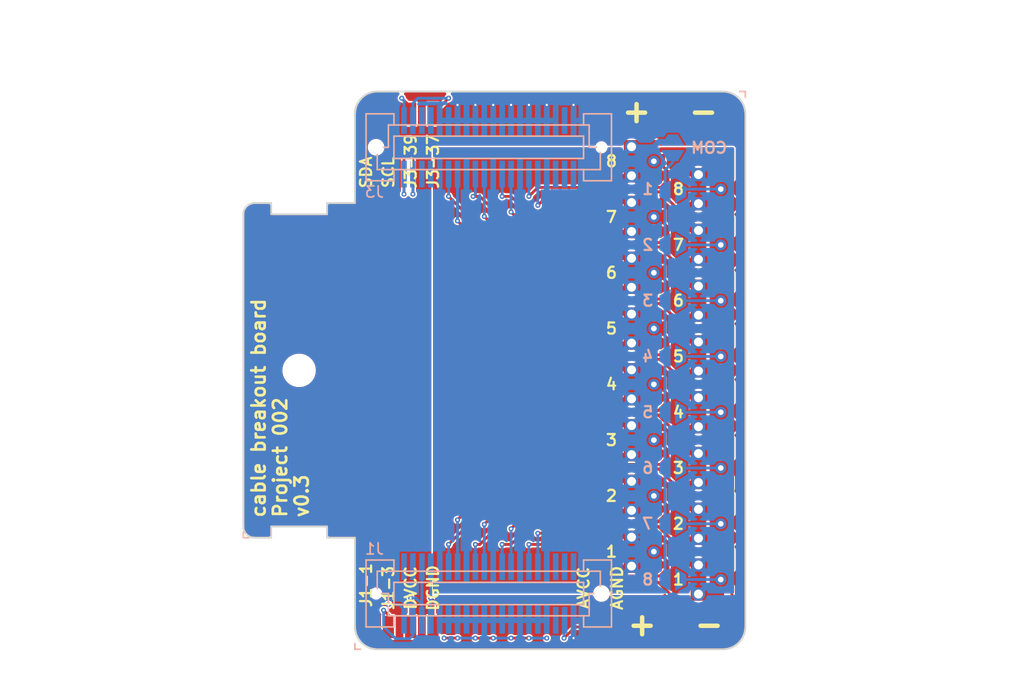
<source format=kicad_pcb>
(kicad_pcb (version 20210126) (generator pcbnew)

  (general
    (thickness 1.6)
  )

  (paper "A4")
  (layers
    (0 "F.Cu" signal)
    (31 "B.Cu" signal)
    (32 "B.Adhes" user "B.Adhesive")
    (33 "F.Adhes" user "F.Adhesive")
    (34 "B.Paste" user)
    (35 "F.Paste" user)
    (36 "B.SilkS" user "B.Silkscreen")
    (37 "F.SilkS" user "F.Silkscreen")
    (38 "B.Mask" user)
    (39 "F.Mask" user)
    (40 "Dwgs.User" user "User.Drawings")
    (41 "Cmts.User" user "User.Comments")
    (42 "Eco1.User" user "User.Eco1")
    (43 "Eco2.User" user "User.Eco2")
    (44 "Edge.Cuts" user)
    (45 "Margin" user)
    (46 "B.CrtYd" user "B.Courtyard")
    (47 "F.CrtYd" user "F.Courtyard")
    (48 "B.Fab" user)
    (49 "F.Fab" user)
  )

  (setup
    (pcbplotparams
      (layerselection 0x00010fc_ffffffff)
      (disableapertmacros false)
      (usegerberextensions true)
      (usegerberattributes false)
      (usegerberadvancedattributes false)
      (creategerberjobfile false)
      (svguseinch false)
      (svgprecision 6)
      (excludeedgelayer false)
      (plotframeref false)
      (viasonmask false)
      (mode 1)
      (useauxorigin true)
      (hpglpennumber 1)
      (hpglpenspeed 20)
      (hpglpendiameter 15.000000)
      (dxfpolygonmode true)
      (dxfimperialunits true)
      (dxfusepcbnewfont true)
      (psnegative false)
      (psa4output false)
      (plotreference true)
      (plotvalue true)
      (plotinvisibletext false)
      (sketchpadsonfab false)
      (subtractmaskfromsilk false)
      (outputformat 1)
      (mirror false)
      (drillshape 0)
      (scaleselection 1)
      (outputdirectory "gerber")
    )
  )


  (net 0 "")
  (net 1 "VDDA")
  (net 2 "VSSA")
  (net 3 "GNDD")
  (net 4 "VDD")
  (net 5 "/BIAS")
  (net 6 "Net-(J1-Pad35)")
  (net 7 "Net-(J1-Pad1)")
  (net 8 "/SDA_PT")
  (net 9 "Net-(J1-Pad3)")
  (net 10 "/SCL_PT")
  (net 11 "Net-(J3-Pad37)")
  (net 12 "Net-(J3-Pad39)")
  (net 13 "Net-(J3-Pad4)")
  (net 14 "Net-(J3-Pad6)")
  (net 15 "Net-(J1-Pad2)")
  (net 16 "Net-(J1-Pad4)")
  (net 17 "Net-(J1-Pad36)")
  (net 18 "Net-(J1-Pad38)")
  (net 19 "Net-(J3-Pad2)")
  (net 20 "/4N")
  (net 21 "/4P")
  (net 22 "/3N")
  (net 23 "/3P")
  (net 24 "/2N")
  (net 25 "/2P")
  (net 26 "/1N")
  (net 27 "/1P")
  (net 28 "/8N")
  (net 29 "/8P")
  (net 30 "/7N")
  (net 31 "/7P")
  (net 32 "/6N")
  (net 33 "/6P")
  (net 34 "/5N")
  (net 35 "/5P")
  (net 36 "/NCOM")
  (net 37 "Net-(J1-Pad37)")
  (net 38 "Net-(J1-Pad40)")
  (net 39 "Net-(J3-Pad3)")
  (net 40 "Net-(J3-Pad33)")
  (net 41 "Net-(J3-Pad34)")
  (net 42 "Net-(J3-Pad35)")
  (net 43 "Net-(J3-Pad36)")

  (footprint "footprints:patch_pad" (layer "F.Cu") (at 123 138 90))

  (footprint "footprints:patch_pad" (layer "F.Cu") (at 121 138 90))

  (footprint "footprints:patch_pad" (layer "F.Cu") (at 127 138 90))

  (footprint "footprints:patch_pad" (layer "F.Cu") (at 125 138 90))

  (footprint "MountingHole:MountingHole_2.7mm_M2.5_ISO14580" (layer "F.Cu") (at 115 115))

  (footprint "footprints:rg178_coax_solder_pad" (layer "F.Cu") (at 145 96.25 -90))

  (footprint "footprints:rg178_coax_solder_pad" (layer "F.Cu") (at 151 98.75 -90))

  (footprint "footprints:rg178_coax_solder_pad" (layer "F.Cu") (at 145 101.25 -90))

  (footprint "footprints:rg178_coax_solder_pad" (layer "F.Cu") (at 151 103.75 -90))

  (footprint "footprints:rg178_coax_solder_pad" (layer "F.Cu") (at 145 106.25 -90))

  (footprint "footprints:rg178_coax_solder_pad" (layer "F.Cu") (at 151 108.75 -90))

  (footprint "footprints:rg178_coax_solder_pad" (layer "F.Cu") (at 145 111.25 -90))

  (footprint "footprints:rg178_coax_solder_pad" (layer "F.Cu") (at 151 113.75 -90))

  (footprint "footprints:rg178_coax_solder_pad" (layer "F.Cu") (at 145 116.25 -90))

  (footprint "footprints:rg178_coax_solder_pad" (layer "F.Cu") (at 151 118.75 -90))

  (footprint "footprints:rg178_coax_solder_pad" (layer "F.Cu") (at 145 121.25 -90))

  (footprint "footprints:rg178_coax_solder_pad" (layer "F.Cu") (at 151 123.75 -90))

  (footprint "footprints:rg178_coax_solder_pad" (layer "F.Cu") (at 145 126.25 -90))

  (footprint "footprints:rg178_coax_solder_pad" (layer "F.Cu") (at 151 128.75 -90))

  (footprint "footprints:rg178_coax_solder_pad" (layer "F.Cu") (at 145 131.25 -90))

  (footprint "footprints:rg178_coax_solder_pad" (layer "F.Cu") (at 151 133.75 -90))

  (footprint "footprints:patch_pad" (layer "F.Cu") (at 125 92 90))

  (footprint "footprints:patch_pad" (layer "F.Cu") (at 127 92 90))

  (footprint "footprints:patch_pad" (layer "F.Cu") (at 121 92 90))

  (footprint "footprints:patch_pad" (layer "F.Cu") (at 123 92 90))

  (footprint "footprints:patch_pad" (layer "F.Cu") (at 141 138 90))

  (footprint "footprints:patch_pad" (layer "F.Cu") (at 143 138 90))

  (footprint "footprints:bergstak_plug_2x20_male" (layer "B.Cu") (at 132 135))

  (footprint "footprints:bergstak_plug_2x20_male" (layer "B.Cu") (at 132 95 180))

  (footprint "footprints:solder_jumper_2pin" (layer "B.Cu") (at 148.5 99 180))

  (footprint "footprints:solder_jumper_2pin" (layer "B.Cu") (at 148.5 103.75 180))

  (footprint "footprints:solder_jumper_2pin" (layer "B.Cu") (at 148.5 108.75 180))

  (footprint "footprints:solder_jumper_2pin" (layer "B.Cu") (at 148.5 113.75 180))

  (footprint "footprints:solder_jumper_2pin" (layer "B.Cu") (at 148.5 95.05 90))

  (footprint "footprints:solder_jumper_2pin" (layer "B.Cu") (at 148.5 133.75 180))

  (footprint "footprints:solder_jumper_2pin" (layer "B.Cu") (at 148.5 128.75 180))

  (footprint "footprints:solder_jumper_2pin" (layer "B.Cu") (at 148.5 123.75 180))

  (footprint "footprints:solder_jumper_2pin" (layer "B.Cu") (at 148.5 118.75 180))

  (gr_line (start 110 129.5) (end 110 130) (layer "B.SilkS") (width 0.15) (tstamp 03a13e53-3717-4549-943e-e9d059d2c1a3))
  (gr_line (start 120 140) (end 120.5 140) (layer "B.SilkS") (width 0.15) (tstamp 6376da2a-72f8-40b4-a316-f664a361e588))
  (gr_line (start 154.5 90) (end 155 90) (layer "B.SilkS") (width 0.15) (tstamp 6d40e888-36ef-45c2-88fc-e11a687e1597))
  (gr_line (start 110 130) (end 110.5 130) (layer "B.SilkS") (width 0.15) (tstamp 92f23cac-db6b-41ef-b3dc-7ba0b66801f8))
  (gr_line (start 155 90) (end 155 90.5) (layer "B.SilkS") (width 0.15) (tstamp aabfce82-80e9-448c-82e8-0992b661c735))
  (gr_line (start 120 139.5) (end 120 140) (layer "B.SilkS") (width 0.15) (tstamp e3a29455-bc08-4116-b8cd-86800643596f))
  (gr_arc (start 111 101) (end 111.000003 100) (angle -90) (layer "Edge.Cuts") (width 0.15) (tstamp 08e6523d-ede8-4401-9451-aa97694dfba9))
  (gr_line (start 111.000003 100) (end 112.5 100) (layer "Edge.Cuts") (width 0.15) (tstamp 0dbc306c-73f3-4192-adc7-24dc86f1c157))
  (gr_line (start 120 92) (end 120 100) (layer "Edge.Cuts") (width 0.15) (tstamp 1c774524-5313-4e77-83f8-b6af89ecb727))
  (gr_arc (start 153.000001 138) (end 155 138) (angle 90) (layer "Edge.Cuts") (width 0.15) (tstamp 250ddd3e-a0ec-4ee5-bdd7-063c232c7878))
  (gr_arc (start 111 129.000003) (end 110 129) (angle -90) (layer "Edge.Cuts") (width 0.15) (tstamp 25c8ab01-a28e-4367-b259-ebf7b6187e3f))
  (gr_line (start 120 130) (end 120 138) (layer "Edge.Cuts") (width 0.15) (tstamp 2c4f301f-21e4-4833-8da5-3653520060ba))
  (gr_line (start 153 90) (end 122 90) (layer "Edge.Cuts") (width 0.15) (tstamp 4d7b040c-1f02-4c3b-9739-f93597b16421))
  (gr_line (start 112.5 130) (end 112.5 129) (layer "Edge.Cuts") (width 0.15) (tstamp 51782451-5d4f-4509-bbe3-9c5b37082ee1))
  (gr_arc (start 122 92) (end 120.000001 92) (angle 90) (layer "Edge.Cuts") (width 0.15) (tstamp 5370015b-f455-4fa7-92ab-64f24962abf6))
  (gr_line (start 110 129) (end 110 101) (layer "Edge.Cuts") (width 0.15) (tstamp 64ddf8ee-8540-47a6-9d1d-cd272adf81cc))
  (gr_line (start 117.5 101) (end 117.5 100) (layer "Edge.Cuts") (width 0.15) (tstamp 6f0a1304-f239-4877-81f0-598511b346a9))
  (gr_line (start 111 130) (end 112.5 130) (layer "Edge.Cuts") (width 0.15) (tstamp 75d8f5a6-e91b-48b3-9426-5570fd14e0a5))
  (gr_line (start 155 138) (end 155 92) (layer "Edge.Cuts") (width 0.15) (tstamp 76494b2c-4938-40e2-b64c-ffe793b42271))
  (gr_line (start 117.5 129) (end 117.5 130) (layer "Edge.Cuts") (width 0.15) (tstamp 811d1a57-fe17-4c24-a527-aac8c5998991))
  (gr_line (start 112.5 129) (end 117.5 129) (layer "Edge.Cuts") (width 0.15) (tstamp 8261b309-16c5-43a5-8fda-9572fbbac5e3))
  (gr_arc (start 153.000001 92) (end 153.000001 90.000001) (angle 90) (layer "Edge.Cuts") (width 0.15) (tstamp 82d3fb1d-1dc1-413c-9bd3-76d8a1a85f4f))
  (gr_line (start 117.5 130) (end 120 130) (layer "Edge.Cuts") (width 0.15) (tstamp ba4507d0-0bda-42b3-a889-1e3cef0f8774))
  (gr_line (start 112.5 101) (end 117.5 101) (layer "Edge.Cuts") (width 0.15) (tstamp bc80e889-f61c-4641-9a62-ca86b80b6172))
  (gr_line (start 122 140) (end 153 140) (layer "Edge.Cuts") (width 0.15) (tstamp cca0e202-9505-462e-ab26-65330588a227))
  (gr_arc (start 122 138) (end 122 139.999999) (angle 90) (layer "Edge.Cuts") (width 0.15) (tstamp d850fa98-4b0f-41a3-90b2-193a1a01423a))
  (gr_line (start 112.5 100) (end 112.5 101) (layer "Edge.Cuts") (width 0.15) (tstamp dcaeebe7-249c-4993-a867-2b5859cc6eea))
  (gr_line (start 117.5 100) (end 120 100) (layer "Edge.Cuts") (width 0.15) (tstamp ed596210-9e09-4233-81fe-d80e96032433))
  (gr_text "1" (at 146.25 98.748466) (layer "B.SilkS") (tstamp 00000000-0000-0000-0000-00005b38c0a2)
    (effects (font (size 1 1) (thickness 0.2)) (justify mirror))
  )
  (gr_text "2" (at 146.25 103.748466) (layer "B.SilkS") (tstamp 00000000-0000-0000-0000-00005b38c0a3)
    (effects (font (size 1 1) (thickness 0.2)) (justify mirror))
  )
  (gr_text "3" (at 146.25 108.748466) (layer "B.SilkS") (tstamp 00000000-0000-0000-0000-00005b38c0a4)
    (effects (font (size 1 1) (thickness 0.2)) (justify mirror))
  )
  (gr_text "4" (at 146.25 113.748466) (layer "B.SilkS") (tstamp 00000000-0000-0000-0000-00005b38c0a5)
    (effects (font (size 1 1) (thickness 0.2)) (justify mirror))
  )
  (gr_text "5" (at 146.25 118.748466) (layer "B.SilkS") (tstamp 00000000-0000-0000-0000-00005b38c0a6)
    (effects (font (size 1 1) (thickness 0.2)) (justify mirror))
  )
  (gr_text "6" (at 146.25 123.748466) (layer "B.SilkS") (tstamp 00000000-0000-0000-0000-00005b38c0a7)
    (effects (font (size 1 1) (thickness 0.2)) (justify mirror))
  )
  (gr_text "7" (at 146.25 128.748466) (layer "B.SilkS") (tstamp 00000000-0000-0000-0000-00005b38c0a8)
    (effects (font (size 1 1) (thickness 0.2)) (justify mirror))
  )
  (gr_text "8" (at 146.25 133.748466) (layer "B.SilkS") (tstamp 00000000-0000-0000-0000-00005b38c0a9)
    (effects (font (size 1 1) (thickness 0.2)) (justify mirror))
  )
  (gr_text "COM" (at 151.75 95.05) (layer "B.SilkS") (tstamp 00000000-0000-0000-0000-00005b38c0cf)
    (effects (font (size 1 1) (thickness 0.2)) (justify mirror))
  )
  (gr_text "SCL" (at 123 97.25 90) (layer "F.SilkS") (tstamp 00000000-0000-0000-0000-00005b38bd96)
    (effects (font (size 1 1) (thickness 0.2)))
  )
  (gr_text "J3-39" (at 125 96.25 90) (layer "F.SilkS") (tstamp 00000000-0000-0000-0000-00005b38bd97)
    (effects (font (size 1 1) (thickness 0.2)))
  )
  (gr_text "J3-37" (at 127 96.25 90) (layer "F.SilkS") (tstamp 00000000-0000-0000-0000-00005b38bd9a)
    (effects (font (size 1 1) (thickness 0.2)))
  )
  (gr_text "DVCC" (at 125 134.5 90) (layer "F.SilkS") (tstamp 00000000-0000-0000-0000-00005b38bddd)
    (effects (font (size 1 1) (thickness 0.2)))
  )
  (gr_text "DGND" (at 127 134.5 90) (layer "F.SilkS") (tstamp 00000000-0000-0000-0000-00005b38bdea)
    (effects (font (size 1 1) (thickness 0.2)))
  )
  (gr_text "J1-3" (at 123 134.5 90) (layer "F.SilkS") (tstamp 00000000-0000-0000-0000-00005b38bdef)
    (effects (font (size 1 1) (thickness 0.2)))
  )
  (gr_text "J1-1" (at 121 134.25 90) (layer "F.SilkS") (tstamp 00000000-0000-0000-0000-00005b38bdf7)
    (effects (font (size 1 1) (thickness 0.2)))
  )
  (gr_text "AVCC" (at 140.5 134.5 90) (layer "F.SilkS") (tstamp 00000000-0000-0000-0000-00005b38be1b)
    (effects (font (size 1 1) (thickness 0.2)))
  )
  (gr_text "AGND" (at 143.5 134.5 90) (layer "F.SilkS") (tstamp 00000000-0000-0000-0000-00005b38becf)
    (effects (font (size 1 1) (thickness 0.2)))
  )
  (gr_text "1" (at 143 131.25) (layer "F.SilkS") (tstamp 00000000-0000-0000-0000-00005b38c004)
    (effects (font (size 1 1) (thickness 0.2)))
  )
  (gr_text "1" (at 149 133.75) (layer "F.SilkS") (tstamp 00000000-0000-0000-0000-00005b38c009)
    (effects (font (size 1 1) (thickness 0.2)))
  )
  (gr_text "2" (at 149 128.75) (layer "F.SilkS") (tstamp 00000000-0000-0000-0000-00005b38c00a)
    (effects (font (size 1 1) (thickness 0.2)))
  )
  (gr_text "2" (at 143 126.25) (layer "F.SilkS") (tstamp 00000000-0000-0000-0000-00005b38c00b)
    (effects (font (size 1 1) (thickness 0.2)))
  )
  (gr_text "3" (at 143 121.25) (layer "F.SilkS") (tstamp 00000000-0000-0000-0000-00005b38c00c)
    (effects (font (size 1 1) (thickness 0.2)))
  )
  (gr_text "3" (at 149 123.75) (layer "F.SilkS") (tstamp 00000000-0000-0000-0000-00005b38c00d)
    (effects (font (size 1 1) (thickness 0.2)))
  )
  (gr_text "4" (at 149 118.75) (layer "F.SilkS") (tstamp 00000000-0000-0000-0000-00005b38c00e)
    (effects (font (size 1 1) (thickness 0.2)))
  )
  (gr_text "4" (at 143 116.25) (layer "F.SilkS") (tstamp 00000000-0000-0000-0000-00005b38c00f)
    (effects (font (size 1 1) (thickness 0.2)))
  )
  (gr_text "5" (at 149 113.75) (layer "F.SilkS") (tstamp 00000000-0000-0000-0000-00005b38c01d)
    (effects (font (size 1 1) (thickness 0.2)))
  )
  (gr_text "6" (at 149 108.75) (layer "F.SilkS") (tstamp 00000000-0000-0000-0000-00005b38c01e)
    (effects (font (size 1 1) (thickness 0.2)))
  )
  (gr_text "5" (at 143 111.25) (layer "F.SilkS") (tstamp 00000000-0000-0000-0000-00005b38c01f)
    (effects (font (size 1 1) (thickness 0.2)))
  )
  (gr_text "6" (at 143 106.25) (layer "F.SilkS") (tstamp 00000000-0000-0000-0000-00005b38c020)
    (effects (font (size 1 1) (thickness 0.2)))
  )
  (gr_text "7" (at 143 101.25) (layer "F.SilkS") (tstamp 00000000-0000-0000-0000-00005b38c021)
    (effects (font (size 1 1) (thickness 0.2)))
  )
  (gr_text "7" (at 149 103.75) (layer "F.SilkS") (tstamp 00000000-0000-0000-0000-00005b38c022)
    (effects (font (size 1 1) (thickness 0.2)))
  )
  (gr_text "8" (at 149 98.75) (layer "F.SilkS") (tstamp 00000000-0000-0000-0000-00005b38c023)
    (effects (font (size 1 1) (thickness 0.2)))
  )
  (gr_text "8" (at 143 96.25) (layer "F.SilkS") (tstamp 00000000-0000-0000-0000-00005b38c026)
    (effects (font (size 1 1) (thickness 0.2)))
  )
  (gr_text "+" (at 145.75 137.75) (layer "F.SilkS") (tstamp 00000000-0000-0000-0000-00005b38c08a)
    (effects (font (size 2 2) (thickness 0.4)))
  )
  (gr_text "-" (at 151.75 137.75) (layer "F.SilkS") (tstamp 00000000-0000-0000-0000-00005b38c08f)
    (effects (font (size 2 2) (thickness 0.4)))
  )
  (gr_text "-" (at 151.25 91.75) (layer "F.SilkS") (tstamp 00000000-0000-0000-0000-00005b38c098)
    (effects (font (size 2 2) (thickness 0.4)))
  )
  (gr_text "+" (at 145.25 91.75) (layer "F.SilkS") (tstamp 00000000-0000-0000-0000-00005b38c099)
    (effects (font (size 2 2) (thickness 0.4)))
  )
  (gr_text "cable breakout board\nProject 002\nv0.3" (at 113.3 128.3 90) (layer "F.SilkS") (tstamp 7ba75db3-3851-490f-a1b3-dbbdde26ef85)
    (effects (font (size 1.2 1.2) (thickness 0.24)) (justify left))
  )
  (gr_text "SDA" (at 121 97.25 90) (layer "F.SilkS") (tstamp 89e1fdd0-fc27-4744-a6d3-5c03a9b522f5)
    (effects (font (size 1 1) (thickness 0.2)))
  )
  (dimension (type aligned) (layer "Cmts.User") (tstamp 0e072372-ea32-48e1-ae14-7dd0fe2c8259)
    (pts (xy 155.039636 140) (xy 155.039636 90))
    (height 4.960364)
    (gr_text "50.0000 mm" (at 161.8 115 90) (layer "Cmts.User") (tstamp 0e072372-ea32-48e1-ae14-7dd0fe2c8259)
      (effects (font (size 1.5 1.5) (thickness 0.3)))
    )
    (format (units 2) (units_format 1) (precision 4))
    (style (thickness 0.3) (arrow_length 1.27) (text_position_mode 0) (extension_height 0.58642) (extension_offset 0) keep_text_aligned)
  )
  (dimension (type aligned) (layer "Cmts.User") (tstamp 107b5c1d-c894-4695-87a3-5eb8e5726e72)
    (pts (xy 155 99.638011) (xy 110 99.638011))
    (height 14.638011)
    (gr_text "45.0000 mm" (at 132.5 83.2) (layer "Cmts.User") (tstamp 107b5c1d-c894-4695-87a3-5eb8e5726e72)
      (effects (font (size 1.5 1.5) (thickness 0.3)))
    )
    (format (units 2) (units_format 1) (precision 4))
    (style (thickness 0.3) (arrow_length 1.27) (text_position_mode 0) (extension_height 0.58642) (extension_offset 0) keep_text_aligned)
  )
  (dimension (type aligned) (layer "Cmts.User") (tstamp 6d680285-6ab2-4080-93cc-51de21c62c8e)
    (pts (xy 120 130) (xy 110 130))
    (height -12.5)
    (gr_text "10.0000 mm" (at 115 144.3) (layer "Cmts.User") (tstamp 6d680285-6ab2-4080-93cc-51de21c62c8e)
      (effects (font (size 1.5 1.5) (thickness 0.3)))
    )
    (format (units 2) (units_format 1) (precision 4))
    (style (thickness 0.3) (arrow_length 1.27) (text_position_mode 0) (extension_height 0.58642) (extension_offset 0) keep_text_aligned)
  )
  (dimension (type aligned) (layer "Cmts.User") (tstamp a276b4d1-1b0d-4acf-9898-c412ecedf393)
    (pts (xy 110 130) (xy 110 100))
    (height -12.5)
    (gr_text "30.0000 mm" (at 95.7 115 90) (layer "Cmts.User") (tstamp a276b4d1-1b0d-4acf-9898-c412ecedf393)
      (effects (font (size 1.5 1.5) (thickness 0.3)))
    )
    (format (units 2) (units_format 1) (precision 4))
    (style (thickness 0.3) (arrow_length 1.27) (text_position_mode 0) (extension_height 0.58642) (extension_offset 0) keep_text_aligned)
  )
  (dimension (type aligned) (layer "Cmts.User") (tstamp af1dc8c2-4d3a-4300-8cf6-c923272c6965)
    (pts (xy 120 100) (xy 120 90))
    (height -15)
    (gr_text "10.0000 mm" (at 103.2 95 90) (layer "Cmts.User") (tstamp af1dc8c2-4d3a-4300-8cf6-c923272c6965)
      (effects (font (size 1.5 1.5) (thickness 0.3)))
    )
    (format (units 2) (units_format 1) (precision 4))
    (style (thickness 0.3) (arrow_length 1.27) (text_position_mode 0) (extension_height 0.58642) (extension_offset 0) keep_text_aligned)
  )
  (dimension (type aligned) (layer "Cmts.User") (tstamp ba5b82c0-3b4b-4e78-9075-a300bcf98e6f)
    (pts (xy 110 115) (xy 115 115))
    (height 20)
    (gr_text "5.0000 mm" (at 112.5 136.8) (layer "Cmts.User") (tstamp ba5b82c0-3b4b-4e78-9075-a300bcf98e6f)
      (effects (font (size 1.5 1.5) (thickness 0.3)))
    )
    (format (units 2) (units_format 1) (precision 4))
    (style (thickness 0.3) (arrow_length 1.27) (text_position_mode 0) (extension_height 0.58642) (extension_offset 0) keep_text_aligned)
  )
  (dimension (type aligned) (layer "Cmts.User") (tstamp e635ba4e-0d02-4257-9957-3e95043094bd)
    (pts (xy 115 100) (xy 115 115))
    (height 7.5)
    (gr_text "15.0000 mm" (at 105.7 107.5 270) (layer "Cmts.User") (tstamp e635ba4e-0d02-4257-9957-3e95043094bd)
      (effects (font (size 1.5 1.5) (thickness 0.3)))
    )
    (format (units 2) (units_format 1) (precision 4))
    (style (thickness 0.3) (arrow_length 1.27) (text_position_mode 0) (extension_height 0.58642) (extension_offset 0) keep_text_aligned)
  )

  (segment (start 135.6 139) (end 134 139) (width 0.254) (layer "F.Cu") (net 0) (tstamp 224e43d0-527d-46ac-8482-bfcc66e21df8))
  (segment (start 130.800004 139.000004) (end 130.8 139) (width 0.254) (layer "F.Cu") (net 0) (tstamp 3c1b4669-04e1-44dd-82cb-9b40e247f7d8))
  (segment (start 129.2 139) (end 128 139) (width 0.254) (layer "F.Cu") (net 0) (tstamp 67e8434d-c6a0-4e6b-91d6-369e6c10046e))
  (segment (start 132.4 139.000004) (end 130.800004 139.000004) (width 0.254) (layer "F.Cu") (net 0) (tstamp 6ae5bf7e-4ffa-486c-ac86-58d0985c41e7))
  (via (at 134 139) (size 0.45) (drill 0.2) (layers "F.Cu" "B.Cu") (net 0) (tstamp 753a65d7-8ba4-40de-96f6-0a4942165bec))
  (via (at 135.6 139) (size 0.45) (drill 0.2) (layers "F.Cu" "B.Cu") (net 0) (tstamp 7fd1c69c-0a18-448b-9147-3c5b07ea879c))
  (via (at 137.2 139) (size 0.45) (drill 0.2) (layers "F.Cu" "B.Cu") (net 0) (tstamp 8bd305f5-22c7-4935-a8fd-ed634bafa8e9))
  (via (at 128 139) (size 0.45) (drill 0.2) (layers "F.Cu" "B.Cu") (net 0) (tstamp ba79b576-8e3e-4b2b-9c03-a190abfa09c1))
  (via (at 130.8 139) (size 0.45) (drill 0.2) (layers "F.Cu" "B.Cu") (net 0) (tstamp c5c40ed9-ebfc-40e6-9399-26aa48b777e2))
  (via (at 132.4 139.000004) (size 0.45) (drill 0.2) (layers "F.Cu" "B.Cu") (net 0) (tstamp cca8d016-8ec4-4c91-a475-abd7697fd99a))
  (via (at 129.2 139) (size 0.45) (drill 0.2) (layers "F.Cu" "B.Cu") (net 0) (tstamp df4d18dc-9854-4a6a-982c-4cd6295423fa))
  (segment (start 137.55 94.5) (end 137.774999 94.275001) (width 0.508) (layer "In1.Cu") (net 0) (tstamp 02644629-acc3-4d3a-9612-c5acf9bff4ea))
  (segment (start 122.8 105) (end 125.3 105) (width 0.508) (layer "In1.Cu") (net 0) (tstamp 8c5d08f5-9fb9-4bb4-8925-1869672fcbf0))
  (segment (start 137.774999 94.275001) (end 139.640686 94.275001) (width 0.508) (layer "In1.Cu") (net 0) (tstamp 94fd0594-1824-4aad-89f8-0cf1a02d3880))
  (segment (start 140.6 92.8) (end 140.034315 92.8) (width 0.508) (layer "In1.Cu") (net 0) (tstamp b53ee667-43cb-4868-90bd-164b3e5d9553))
  (segment (start 139.9 94.534315) (end 139.9 95.1) (width 0.508) (layer "In1.Cu") (net 0) (tstamp c0fec306-f0e2-4612-ac26-9be1176a4272))
  (segment (start 139.640686 94.275001) (end 139.9 94.534315) (width 0.508) (layer "In1.Cu") (net 0) (tstamp e62a2e8b-52f1-4dd8-8be6-4e1dc5a7aeda))
  (segment (start 140.034315 92.8) (end 140.009315 92.825) (width 0.508) (layer "In1.Cu") (net 0) (tstamp f429f92f-758c-4932-acad-7c498e87cdc5))
  (segment (start 138.8 95.665685) (end 138.9 95.765685) (width 0.508) (layer "In2.Cu") (net 0) (tstamp 0165e622-f053-4f30-b28f-007379a74102))
  (segment (start 122.837552 106.937552) (end 123.7 107.8) (width 0.508) (layer "In2.Cu") (net 0) (tstamp 2127545d-0c0c-495e-b8a9-43ec30f81a15))
  (segment (start 138.8 95.1) (end 138.8 95.665685) (width 0.508) (layer "In2.Cu") (net 0) (tstamp c6b54312-335c-416c-bd05-15cde5a7d271))
  (segment (start 130.8 139) (end 129.2 139) (width 0.254) (layer "B.Cu") (net 0) (tstamp 058e651a-fa99-4a42-8752-409e47995118))
  (segment (start 137.2 139) (end 135.6 139) (width 0.254) (layer "B.Cu") (net 0) (tstamp 5442afa1-b451-4940-a9ec-7c503454ac3e))
  (segment (start 134 139) (end 132.400004 139) (width 0.254) (layer "B.Cu") (net 0) (tstamp cf603ff0-ef74-4dd5-8260-2f0a46e108a0))
  (segment (start 132.400004 139) (end 132.4 139.000004) (width 0.254) (layer "B.Cu") (net 0) (tstamp f1a56b7e-a94a-4274-82dc-bd82362dff75))
  (segment (start 129.2 91.2) (end 130.8 91.2) (width 0.254) (layer "F.Cu") (net 2) (tstamp 4f6c0115-1e1e-4453-92e4-e636475b5bf8))
  (segment (start 135.6 91.2) (end 137.2 91.2) (width 0.254) (layer "F.Cu") (net 2) (tstamp aa9b4fc1-24d8-47fa-baa3-9f9325561009))
  (segment (start 132.4 91.2) (end 134 91.2) (width 0.254) (layer "F.Cu") (net 2) (tstamp aaecc894-0ea4-4c37-85be-9673afe2a8ef))
  (via (at 139.6 91.2) (size 0.45) (drill 0.2) (layers "F.Cu" "B.Cu") (net 2) (tstamp 06aca06f-7d17-4051-9299-3eaba501fa6e))
  (via (at 129.2 91.2) (size 0.45) (drill 0.2) (layers "F.Cu" "B.Cu") (net 2) (tstamp 2663180e-4a86-4eee-901b-3bdb76c7dc36))
  (via (at 134 91.2) (size 0.45) (drill 0.2) (layers "F.Cu" "B.Cu") (net 2) (tstamp 6ec8ad5f-3ded-41f4-ab58-1164d8671a69))
  (via (at 139.6 139) (size 0.45) (drill 0.2) (layers "F.Cu" "B.Cu") (net 2) (tstamp 84cc63d8-3dbc-461a-96a0-bf10ef0114ee))
  (via (at 137.2 91.2) (size 0.45) (drill 0.2) (layers "F.Cu" "B.Cu") (net 2) (tstamp 861d2b75-c20c-415e-b140-3e84a2013e3a))
  (via (at 132.4 91.2) (size 0.45) (drill 0.2) (layers "F.Cu" "B.Cu") (net 2) (tstamp 968d2bb9-af17-403d-9ecb-7751a5962e08))
  (via (at 135.6 91.2) (size 0.45) (drill 0.2) (layers "F.Cu" "B.Cu") (net 2) (tstamp e7320f35-0828-4aad-8cf6-ca12aa545388))
  (via (at 130.8 91.2) (size 0.45) (drill 0.2) (layers "F.Cu" "B.Cu") (net 2) (tstamp f466ba57-e68c-4448-b84a-4f5a3d0a521b))
  (segment (start 132 90.8) (end 132.4 91.2) (width 0.254) (layer "B.Cu") (net 2) (tstamp 02f348c7-83de-499f-8890-0d378f384678))
  (segment (start 129.2 92.8) (end 129.2 91.2) (width 0.254) (layer "B.Cu") (net 2) (tstamp 267dd870-7b69-4360-a1ac-d5f93d3ce4c1))
  (segment (start 130.8 91.2) (end 131.2 90.8) (width 0.254) (layer "B.Cu") (net 2) (tstamp 4f5465cb-a521-4a13-9c69-57b12cc69496))
  (segment (start 137.2 91.2) (end 137.525 90.875) (width 0.254) (layer "B.Cu") (net 2) (tstamp 920e76b2-4336-4aaf-9f8e-b3d402e18e42))
  (segment (start 134.35 90.85) (end 135.25 90.85) (width 0.254) (layer "B.Cu") (net 2) (tstamp 934844da-3353-48bf-8120-54ee29e871fe))
  (segment (start 139.6 137.2) (end 139.6 139) (width 0.254) (layer "B.Cu") (net 2) (tstamp 9a005919-8bad-4de4-beba-141cd882dc89))
  (segment (start 135.25 90.85) (end 135.6 91.2) (width 0.254) (layer "B.Cu") (net 2) (tstamp 9f107e67-3bc3-4071-b05e-e169214d4c41))
  (segment (start 137.525 90.875) (end 139.275 90.875) (width 0.254) (layer "B.Cu") (net 2) (tstamp a70683c2-d0a6-4d82-9506-1f2b1002628a))
  (segment (start 131.2 90.8) (end 132 90.8) (width 0.254) (layer "B.Cu") (net 2) (tstamp d7724be8-e10c-46d1-9629-127c2aa8e174))
  (segment (start 134 91.2) (end 134.35 90.85) (width 0.254) (layer "B.Cu") (net 2) (tstamp df5c84cc-8702-40ad-ba93-298369a6cd92))
  (segment (start 139.275 90.875) (end 139.6 91.2) (width 0.254) (layer "B.Cu") (net 2) (tstamp ea1d7d55-6c50-4771-b007-f3a0735d6a43))
  (segment (start 127 138) (end 127 135.600004) (width 0.254) (layer "F.Cu") (net 3) (tstamp 03a99a67-660c-4e72-878a-ef4075c870e7))
  (segment (start 127 135.600004) (end 126.8 135.400004) (width 0.254) (layer "F.Cu") (net 3) (tstamp 8521daa4-a843-41a7-ba4f-c29f1d57f708))
  (via (at 126.8 135.400004) (size 0.45) (drill 0.2) (layers "F.Cu" "B.Cu") (net 3) (tstamp 52c8b021-31e9-402c-9c45-74af93951304))
  (segment (start 126.8 132.8) (end 126.8 134.054) (width 0.254) (layer "B.Cu") (net 3) (tstamp 12bd0f05-9b32-40d6-a40a-0b92fe2dda05))
  (segment (start 126.8 137.2) (end 126.8 135.400004) (width 0.254) (layer "B.Cu") (net 3) (tstamp 58146f76-8346-4a7b-a8b8-eb5711908180))
  (segment (start 126.8 134.054) (end 126.8 135.400004) (width 0.254) (layer "B.Cu") (net 3) (tstamp 9adf91f4-4369-41fc-bd28-cb234b720fc2))
  (segment (start 125 138) (end 125 135.399994) (width 0.254) (layer "F.Cu") (net 4) (tstamp 81014db8-e6f3-4bae-a3eb-727fc6e01545))
  (via (at 125 135.399994) (size 0.45) (drill 0.2) (layers "F.Cu" "B.Cu") (net 4) (tstamp b2dcdca6-7306-41fe-a50b-1bdf23ddab34))
  (segment (start 126.005982 132.8) (end 126.005982 135.994018) (width 0.254) (layer "B.Cu") (net 4) (tstamp 5bba2082-675b-467e-8139-e009f23c2ed1))
  (segment (start 126.005982 135.994018) (end 126 136) (width 0.254) (layer "B.Cu") (net 4) (tstamp 66bbafd2-c92d-4e3d-904b-0baf6c7ff777))
  (segment (start 125.318198 135.399994) (end 125 135.399994) (width 0.254) (layer "B.Cu") (net 4) (tstamp 6d7ae3f5-2674-4ff8-a755-ab5244db60c3))
  (segment (start 126 137.2) (end 126 136) (width 0.254) (layer "B.Cu") (net 4) (tstamp c30d5e7d-327a-4c11-8a29-fd9dc9baf84b))
  (segment (start 125.453994 135.399994) (end 125.318198 135.399994) (width 0.254) (layer "B.Cu") (net 4) (tstamp d62938fc-68ca-48f7-80a5-c327060f0543))
  (segment (start 126 136) (end 126 135.946) (width 0.254) (layer "B.Cu") (net 4) (tstamp e31b547b-c08f-41ad-8da9-986ff1a116f6))
  (segment (start 126 135.946) (end 125.453994 135.399994) (width 0.254) (layer "B.Cu") (net 4) (tstamp e4d3bc32-8138-475d-9438-be277b909803))
  (segment (start 150.8 108.75) (end 150.8 110.05) (width 0.254) (layer "F.Cu") (net 5) (tstamp 184afe32-0a74-4d01-b9b7-e90462f8be83))
  (segment (start 144.8 131.25) (end 144.8 132.55) (width 0.254) (layer "F.Cu") (net 5) (tstamp 216cc40a-60b6-4d62-89c5-89acd589415d))
  (segment (start 145.6 129.85) (end 144.9 129.85) (width 0.254) (layer "F.Cu") (net 5) (tstamp 33d352ab-ce1f-4423-8a84-30e766af3991))
  (segment (start 150.8 133.75) (end 150.8 135.05) (width 0.15) (layer "F.Cu") (net 5) (tstamp 44e0a9d9-0a10-42b3-90b4-0df988430e98))
  (segment (start 150.8 103.75) (end 150.8 105.05) (width 0.15) (layer "F.Cu") (net 5) (tstamp 4d47aa68-44bc-436a-b6bc-d62e44bdfd8d))
  (segment (start 145.6 119.85) (end 144.9 119.85) (width 0.254) (layer "F.Cu") (net 5) (tstamp 631b832e-9568-4026-a46f-e2bd4a50f344))
  (segment (start 144.8 101.25) (end 144.8 102.55) (width 0.254) (layer "F.Cu") (net 5) (tstamp 646a932a-4e67-440e-8c32-0c8801dad06f))
  (segment (start 144.8 96.25) (end 144.8 94.95) (width 0.15) (layer "F.Cu") (net 5) (tstamp 8a037832-d0f7-4c72-838d-98764e759df1))
  (segment (start 150.8 112.45) (end 150.8 113.75) (width 0.15) (layer "F.Cu") (net 5) (tstamp 8f0c3ab6-9d24-45d8-9c73-2aab9e31a42f))
  (segment (start 150.8 127.45) (end 150.8 130.05) (width 0.15) (layer "F.Cu") (net 5) (tstamp aacc94d9-8148-465f-b924-f78e2f4a959e))
  (segment (start 150.8 127.45) (end 150.8 128.75) (width 0.15) (layer "F.Cu") (net 5) (tstamp e19fbabc-ba92-4569-90bc-274b8eca4062))
  (segment (start 144.9 129.85) (end 144.8 129.95) (width 0.254) (layer "F.Cu") (net 5) (tstamp e5c3d196-e1e8-4086-8eed-aedb98fe41a9))
  (segment (start 144.9 119.85) (end 144.8 119.95) (width 0.254) (layer "F.Cu") (net 5) (tstamp e8310fe0-c0aa-44a7-90c7-a5413483a3ca))
  (segment (start 150.8 118.75) (end 150.8 120.05) (width 0.15) (layer "F.Cu") (net 5) (tstamp f56a1393-1e63-4fed-8f7e-cda6bc574357))
  (segment (start 145.8 129.95) (end 146 129.75) (width 0.254) (layer "B.Cu") (net 5) (tstamp 203b6092-37ff-45d1-8b51-ac0f33d53ef8))
  (segment (start 148.35 94.5) (end 147.25 94.5) (width 0.508) (layer "B.Cu") (net 5) (tstamp 4290fe74-fc81-4852-b6af-0d53a735e2b0))
  (segment (start 148.5 94.35) (end 148.35 94.5) (width 0.508) (layer "B.Cu") (net 5) (tstamp 77eae46f-5cd9-4569-aed6-82bbb157d89a))
  (segment (start 144.85 95) (end 144.8 94.95) (width 0.508) (layer "B.Cu") (net 5) (tstamp a65bb10c-0403-4277-abbe-5488e7ad050f))
  (segment (start 144.8 129.95) (end 145.8 129.95) (width 0.254) (layer "B.Cu") (net 5) (tstamp c017cf60-317c-42e4-9dc2-9f30f8c3d201))
  (segment (start 146.75 95) (end 144.85 95) (width 0.508) (layer "B.Cu") (net 5) (tstamp ff76ebe2-3814-4634-b2b6-5f0a9f04c125))
  (segment (start 147.25 94.5) (end 146.75 95) (width 0.508) (layer "B.Cu") (net 5) (tstamp fffef7fa-5421-444a-a466-ce99e5355ba5))
  (segment (start 121.4 136) (end 123 136) (width 0.254) (layer "F.Cu") (net 7) (tstamp 8db26539-3065-40a5-9d8d-46e6e7cfe0d9))
  (segment (start 121 136.4) (end 121.4 136) (width 0.254) (layer "F.Cu") (net 7) (tstamp b216a3df-7119-4074-b5bc-9fd392c12965))
  (segment (start 121 138) (end 121 136.4) (width 0.254) (layer "F.Cu") (net 7) (tstamp f4f77f92-61f3-483b-95ca-d9585624a848))
  (via (at 123 136) (size 0.45) (drill 0.2) (layers "F.Cu" "B.Cu") (net 7) (tstamp 379416fd-b2e7-4d71-bf3c-92276e90de10))
  (segment (start 124.4 136.425) (end 124.4 137.2) (width 0.254) (layer "B.Cu") (net 7) (tstamp 33d4b4be-cd33-4ec4-ae14-e6f9c678005d))
  (segment (start 123.975 136) (end 124.4 136.425) (width 0.254) (layer "B.Cu") (net 7) (tstamp 69973056-7588-4bb2-8d3d-3ee4394a176e))
  (segment (start 123 136) (end 123.975 136) (width 0.254) (layer "B.Cu") (net 7) (tstamp dae39cc2-8fc8-4ff8-a80d-c23d63749ccf))
  (segment (start 122.254 93.254) (end 121.754 93.254) (width 0.254) (layer "F.Cu") (net 8) (tstamp 3dc7350d-6e2e-446d-9fb0-b8f2dd226336))
  (segment (start 121 92.5) (end 121 92) (width 0.254) (layer "F.Cu") (net 8) (tstamp a8e9b139-d1fe-44b2-97a9-d34704f14da2))
  (segment (start 124.4 95.4) (end 122.254 93.254) (width 0.254) (layer "F.Cu") (net 8) (tstamp a8ff8205-13c8-40f3-a6a3-2eb1b62ee0b5))
  (segment (start 124.4 99.2) (end 124.4 95.4) (width 0.254) (layer "F.Cu") (net 8) (tstamp b38d55c2-7f60-4d07-9473-d5feb190b9c3))
  (segment (start 121.754 93.254) (end 121 92.5) (width 0.254) (layer "F.Cu") (net 8) (tstamp b7939424-26fc-4261-b4d1-06bbcbe0a672))
  (via (at 124.4 99.2) (size 0.45) (drill 0.2) (layers "F.Cu" "B.Cu") (net 8) (tstamp 0f266e4c-f8df-4bb8-8bdf-d8a84943bf62))
  (segment (start 124.4 97.2) (end 124.4 99.2) (width 0.254) (layer "B.Cu") (net 8) (tstamp 0e7d0dca-af8a-4898-824c-290d4606bdb2))
  (segment (start 123 136.926265) (end 122.575735 136.502) (width 0.254) (layer "F.Cu") (net 9) (tstamp 08c96379-6007-4400-bc1a-e6ebf32db1c6))
  (segment (start 123 138) (end 123 136.926265) (width 0.254) (layer "F.Cu") (net 9) (tstamp 29c59710-7e11-493c-871a-10f58e4acdca))
  (via (at 122.575735 136.502) (size 0.45) (drill 0.2) (layers "F.Cu" "B.Cu") (net 9) (tstamp d7d51e2d-c62f-4844-a94e-343bc11a780e))
  (segment (start 124.9 139.05) (end 125.2 138.75) (width 0.254) (layer "B.Cu") (net 9) (tstamp 12172f60-ddb5-40fc-85c9-c5cc721cfe0b))
  (segment (start 122.575735 137.975735) (end 123.65 139.05) (width 0.254) (layer "B.Cu") (net 9) (tstamp 47d7d826-9cd6-459c-896e-cd3bffec39a5))
  (segment (start 122.575735 136.502) (end 122.575735 137.975735) (width 0.254) (layer "B.Cu") (net 9) (tstamp 71ac4bbd-3f7f-462b-9635-825a5c8b356f))
  (segment (start 125.2 138.75) (end 125.2 137.2) (width 0.254) (layer "B.Cu") (net 9) (tstamp d8f149bd-2e36-48f8-8019-7b7ca1966303))
  (segment (start 123.65 139.05) (end 124.9 139.05) (width 0.254) (layer "B.Cu") (net 9) (tstamp ef3ab1ee-4baa-4d6f-b8c4-8bc328b47c4d))
  (segment (start 123 93.254) (end 125.2 95.454) (width 0.254) (layer "F.Cu") (net 10) (tstamp 7895c5cc-9233-4d6a-a7c5-10acab09d753))
  (segment (start 123 92) (end 123 93.254) (width 0.254) (layer "F.Cu") (net 10) (tstamp bbeb6a4e-3103-4f1a-9d7f-54bcba3d75d0))
  (segment (start 125.2 95.454) (end 125.2 99.2) (width 0.254) (layer "F.Cu") (net 10) (tstamp c54cc5e6-b85c-4442-877b-59b221973825))
  (via (at 125.2 99.2) (size 0.45) (drill 0.2) (layers "F.Cu" "B.Cu") (net 10) (tstamp 503924fa-f613-42de-a264-749fa29ad987))
  (segment (start 125.2 99.2) (end 125.2 97.2) (width 0.254) (layer "B.Cu") (net 10) (tstamp 572216b3-83e9-41ca-b3af-a3568e28dabf))
  (segment (start 127 92) (end 128.4 90.6) (width 0.254) (layer "F.Cu") (net 11) (tstamp cf494c17-99ff-4d84-8aa2-d14383a1b044))
  (via (at 128.4 90.6) (size 0.45) (drill 0.2) (layers "F.Cu" "B.Cu") (net 11) (tstamp a03ffe1a-e255-472a-ab01-a6e97960d4da))
  (segment (start 125.2 91.05) (end 125.2 93.314002) (width 0.254) (layer "B.Cu") (net 11) (tstamp 4ef3ef97-f833-47e7-acc3-4bbb47962d5e))
  (segment (start 125.65 90.6) (end 125.2 91.05) (width 0.254) (layer "B.Cu") (net 11) (tstamp b4ddc527-151d-42aa-b796-b17a385b3ac3))
  (segment (start 128.4 90.6) (end 125.65 90.6) (width 0.254) (layer "B.Cu") (net 11) (tstamp c4af565c-42a3-4493-9a34-44aa549f9040))
  (segment (start 125 91.4) (end 124.2 90.6) (width 0.254) (layer "F.Cu") (net 12) (tstamp 70447fa9-e3ec-49e8-aad1-d774dbe5a1a2))
  (segment (start 125 92) (end 125 91.4) (width 0.254) (layer "F.Cu") (net 12) (tstamp 727566cb-7e1c-4282-8ced-e2173feb241d))
  (via (at 124.2 90.6) (size 0.45) (drill 0.2) (layers "F.Cu" "B.Cu") (net 12) (tstamp bc89ddcb-b09a-4280-9fa9-6ca4a2cecb8e))
  (segment (start 124.4 90.8) (end 124.4 92.8) (width 0.254) (layer "B.Cu") (net 12) (tstamp af6442ae-7a31-4e50-930e-30b63bacc31c))
  (segment (start 124.2 90.6) (end 124.4 90.8) (width 0.254) (layer "B.Cu") (net 12) (tstamp eb31c734-aedb-4448-a075-8039ee075400))
  (segment (start 149.4 121.2) (end 147.2 119) (width 0.254) (layer "F.Cu") (net 20) (tstamp 224b8aa7-ad88-491a-8937-73880839fa5d))
  (segment (start 147.2 119) (end 140 119) (width 0.254) (layer "F.Cu") (net 20) (tstamp 2f3b0159-2223-4d81-a0de-a19cb9d301b1))
  (segment (start 154.054 119.654) (end 154.054 120.346) (width 0.254) (layer "F.Cu") (net 20) (tstamp 47deed66-a284-45c7-8d35-5d3010e20253))
  (segment (start 153.15 118.75) (end 154.054 119.654) (width 0.254) (layer "F.Cu") (net 20) (tstamp 54e36693-7b9e-4bdb-af72-fecc8d618839))
  (segment (start 153.2 121.2) (end 149.4 121.2) (width 0.254) (layer "F.Cu") (net 20) (tstamp 74a8a4c4-7d7e-4399-a540-add9a4c02cfa))
  (segment (start 128.4 130.6) (end 128.4 130.600006) (width 0.254) (layer "F.Cu") (net 20) (tstamp 7caf4031-178c-46a1-bc0a-25a138682039))
  (segment (start 140 119) (end 128.4 130.6) (width 0.254) (layer "F.Cu") (net 20) (tstamp 89e66187-ae02-45be-a40a-ae5d67d73967))
  (segment (start 152.8 118.75) (end 153.15 118.75) (width 0.254) (layer "F.Cu") (net 20) (tstamp 8c5d8730-d259-4cf5-a863-b92426c71dfa))
  (segment (start 154.054 120.346) (end 153.2 121.2) (width 0.254) (layer "F.Cu") (net 20) (tstamp b2101d38-30a2-4df1-8339-c8e6ebf048f7))
  (via (at 128.4 130.600006) (size 0.45) (drill 0.2) (layers "F.Cu" "B.Cu") (net 20) (tstamp f3863601-860e-4a98-b214-c1effc00949a))
  (segment (start 128.4 132.8) (end 128.4 130.600006) (width 0.254) (layer "B.Cu") (net 20) (tstamp 72a79efe-8d97-4a76-99f2-27297870992c))
  (segment (start 152.8 118.75) (end 149.2 118.75) (width 0.254) (layer "B.Cu") (net 20) (tstamp abd61fe4-877f-4717-83db-48b40e80c482))
  (segment (start 139.004011 118.595989) (end 129.424999 128.175001) (width 0.254) (layer "F.Cu") (net 21) (tstamp 03ff9cb3-232f-45e3-a7d2-cf5f33cca98f))
  (segment (start 148.054 117.746) (end 147.204011 118.595989) (width 0.254) (layer "F.Cu") (net 21) (tstamp 046fa825-d9e0-4ff1-ab93-5776afb34f07))
  (segment (start 146.8 116.25) (end 147.15 116.25) (width 0.254) (layer "F.Cu") (net 21) (tstamp 0ddb4a6a-1d37-41ea-b844-0e7f4e6aa75a))
  (segment (start 129.424999 128.175001) (end 129.2 128.4) (width 0.254) (layer "F.Cu") (net 21) (tstamp 18fc561f-1e30-48fc-b98a-b0e2b107ddaf))
  (segment (start 147.15 116.25) (end 148.054 117.154) (width 0.254) (layer "F.Cu") (net 21) (tstamp 24cf3930-d729-4d2a-b773-9eb9767e9348))
  (segment (start 147.204011 118.595989) (end 139.004011 118.595989) (width 0.254) (layer "F.Cu") (net 21) (tstamp 50d1a7bb-c43d-4155-ae45-c4b883482ee1))
  (segment (start 148.054 117.154) (end 148.054 117.746) (width 0.254) (layer "F.Cu") (net 21) (tstamp e9b0372d-2964-4792-8aa7-772aa5e53fe9))
  (via (at 129.2 128.4) (size 0.45) (drill 0.2) (layers "F.Cu" "B.Cu") (net 21) (tstamp 9b991534-2779-4140-98d5-5d0f7bc0f949))
  (segment (start 129.2 132.8) (end 129.2 128.4) (width 0.254) (layer "B.Cu") (net 21) (tstamp 1ae5f843-210b-46dc-b8a5-20b17833b8fd))
  (segment (start 136.8 125) (end 131.2 130.6) (width 0.254) (layer "F.Cu") (net 22) (tstamp 52487e91-a29c-493a-8d0b-c48a003e0c1e))
  (segment (start 149.6 126.2) (end 153.2 126.2) (width 0.254) (layer "F.Cu") (net 22) (tstamp 55552496-2e7f-457f-9acf-f9874abddb67))
  (segment (start 153.8 124.6) (end 152.95 123.75) (width 0.254) (layer "F.Cu") (net 22) (tstamp 5d08a153-131f-4a65-914e-ff53f23a4165))
  (segment (start 140.401679 123.831011) (end 141.5 123.831011) (width 0.254) (layer "F.Cu") (net 22) (tstamp 629e594f-5684-4cf2-997f-bb02a00dbcfb))
  (segment (start 152.95 123.75) (end 152.8 123.75) (width 0.254) (layer "F.Cu") (net 22) (tstamp 68e8f119-a454-4903-b808-e11ec6642aec))
  (segment (start 137.968989 123.831011) (end 136.8 125) (width 0.254) (layer "F.Cu") (net 22) (tstamp 79588905-dce8-4546-aac5-0aa26a48c24f))
  (segment (start 141.5 123.831011) (end 137.968989 123.831011) (width 0.254) (layer "F.Cu") (net 22) (tstamp 8060c3de-47fc-4c4e-87e6-26dcc11bc11a))
  (segment (start 153.2 126.2) (end 153.8 125.6) (width 0.254) (layer "F.Cu") (net 22) (tstamp 99abd002-38a7-4c0e-a3c5-b28254509b1c))
  (segment (start 153.8 125.6) (end 153.8 124.6) (width 0.254) (layer "F.Cu") (net 22) (tstamp b378e6be-9cee-4c09-a757-efb7575b0b05))
  (segment (start 131 130.6) (end 130.8 130.6) (width 0.254) (layer "F.Cu") (net 22) (tstamp c1c23c4a-2690-42e8-971e-cf9c65322054))
  (segment (start 141.5 123.831011) (end 147.231011 123.831011) (width 0.254) (layer "F.Cu") (net 22) (tstamp d8d57fee-a3ed-40d2-be43-0d060ed2d7a1))
  (segment (start 147.231011 123.831011) (end 149.6 126.2) (width 0.254) (layer "F.Cu") (net 22) (tstamp dca81239-a159-4b93-8b60-c582573f9601))
  (segment (start 131.2 130.6) (end 131 130.6) (width 0.254) (layer "F.Cu") (net 22) (tstamp ec08fb33-51c9-430a-8284-223523e4b62d))
  (via (at 130.8 130.6) (size 0.45) (drill 0.2) (layers "F.Cu" "B.Cu") (net 22) (tstamp 3f91795e-5751-4374-94af-3e57b6c77c90))
  (segment (start 152.8 123.75) (end 149.2 123.75) (width 0.254) (layer "B.Cu") (net 22) (tstamp 300aab8a-61e4-4d1b-a1cd-9aacdaa2f565))
  (segment (start 130.8 132.8) (end 130.8 130.6) (width 0.254) (layer "B.Cu") (net 22) (tstamp 3ed97563-ee1a-47bb-bec6-cbf02234953d))
  (segment (start 136.972999 123.427001) (end 131.824999 128.575001) (width 0.254) (layer "F.Cu") (net 23) (tstamp 0a0cf998-6537-4359-a571-42e418d57069))
  (segment (start 147.15 121.25) (end 148.054 122.154) (width 0.254) (layer "F.Cu") (net 23) (tstamp 12eb4b81-1271-4208-b931-daa155db037d))
  (segment (start 148.054 122.746) (end 147.372999 123.427001) (width 0.254) (layer "F.Cu") (net 23) (tstamp 163e1c41-a19f-423f-9ab6-dea8f9ddb739))
  (segment (start 131.824999 128.575001) (end 131.6 128.8) (width 0.254) (layer "F.Cu") (net 23) (tstamp 66e0410e-6edd-4f3f-92fe-71b0ed0c3028))
  (segment (start 146.8 121.25) (end 147.15 121.25) (width 0.254) (layer "F.Cu") (net 23) (tstamp 7f8dba86-e28a-42e5-9d5e-2cdcc20b030d))
  (segment (start 147.372999 123.427001) (end 136.972999 123.427001) (width 0.254) (layer "F.Cu") (net 23) (tstamp b95f90b1-1595-476f-bdc2-ae0f5122cfdd))
  (segment (start 148.054 122.154) (end 148.054 122.746) (width 0.254) (layer "F.Cu") (net 23) (tstamp d6442057-6cf1-4743-9e7d-82b49d4c395f))
  (via (at 131.6 128.8) (size 0.45) (drill 0.2) (layers "F.Cu" "B.Cu") (net 23) (tstamp 235dad2d-6f64-410e-b6a7-7f425b5cf351))
  (segment (start 131.6 132.8) (end 131.6 128.8) (width 0.254) (layer "B.Cu") (net 23) (tstamp abd7fb54-0403-4cc4-b931-fee97a2d327c))
  (segment (start 153.15 128.75) (end 154.054 129.654) (width 0.254) (layer "F.Cu") (net 24) (tstamp 0d7b765b-164c-4938-9f5c-636ad3440640))
  (segment (start 154.054 130.346) (end 153.2 131.2) (width 0.254) (layer "F.Cu") (net 24) (tstamp 1d713601-e89f-475b-a7f3-987ade47ea53))
  (segment (start 143.204011 129.004011) (end 142.8 128.6) (width 0.254) (layer "F.Cu") (net 24) (tstamp 41ab5df5-31e4-4d80-a003-7a2fdf0cf2ea))
  (segment (start 153.2 131.2) (end 149.4 131.2) (width 0.254) (layer "F.Cu") (net 24) (tstamp 568df5f2-dd40-4d57-892e-5344554089ad))
  (segment (start 136 128.6) (end 134 130.6) (width 0.254) (layer "F.Cu") (net 24) (tstamp 635ef166-bf4e-4af3-9039-730e2d3f000c))
  (segment (start 147.204011 129.004011) (end 143.204011 129.004011) (width 0.254) (layer "F.Cu") (net 24) (tstamp 7455955e-02f2-442a-a3e0-3605e72d8b5f))
  (segment (start 133.518198 130.6) (end 133.2 130.6) (width 0.254) (layer "F.Cu") (net 24) (tstamp a9294faf-cc30-4657-8341-010b17d1c06b))
  (segment (start 149.4 131.2) (end 147.204011 129.004011) (width 0.254) (layer "F.Cu") (net 24) (tstamp af7fb780-bf4b-4eca-a5a4-8f35e9abe04e))
  (segment (start 152.8 128.75) (end 153.15 128.75) (width 0.254) (layer "F.Cu") (net 24) (tstamp b7ee7905-ce45-4df8-b486-7a39efdb6db2))
  (segment (start 154.054 129.654) (end 154.054 130.346) (width 0.254) (layer "F.Cu") (net 24) (tstamp d556e2de-2e5f-4e60-96ab-65a67b6d97fe))
  (segment (start 134 130.6) (end 133.518198 130.6) (width 0.254) (layer "F.Cu") (net 24) (tstamp d9c00fae-1576-44e4-b28d-869c80ac6d39))
  (segment (start 142.8 128.6) (end 136 128.6) (width 0.254) (layer "F.Cu") (net 24) (tstamp de0bf436-70b9-40d4-83a2-9d7a15c0348b))
  (via (at 133.2 130.6) (size 0.45) (drill 0.2) (layers "F.Cu" "B.Cu") (net 24) (tstamp 8ddf83b3-46a6-4631-a9d4-048c1f4378c0))
  (segment (start 133.2 132.8) (end 133.2 130.6) (width 0.254) (layer "B.Cu") (net 24) (tstamp 4f011e6a-389e-4647-a4f7-2ffe1e43fa85))
  (segment (start 152.8 128.75) (end 149.2 128.75) (width 0.254) (layer "B.Cu") (net 24) (tstamp 5674a0eb-54e7-4b53-a1ca-c3b4e80955bf))
  (segment (start 134.224999 128.975001) (end 134 129.2) (width 0.254) (layer "F.Cu") (net 25) (tstamp 0f80bcdf-a3c8-43b9-8967-21614d11c609))
  (segment (start 146.8 126.25) (end 147.15 126.25) (width 0.254) (layer "F.Cu") (net 25) (tstamp 0ff3d486-a5e1-4be7-bb3a-f9b84a86b075))
  (segment (start 147.148602 128.6) (end 143.371357 128.6) (width 0.254) (layer "F.Cu") (net 25) (tstamp 1fea4118-02b9-4780-96b9-90bbbd820fb8))
  (segment (start 147.15 126.25) (end 148.054 127.154) (width 0.254) (layer "F.Cu") (net 25) (tstamp 266d0a1b-fa9d-4cec-ae31-472bc86c8fde))
  (segment (start 135.6 127.6) (end 134.224999 128.975001) (width 0.254) (layer "F.Cu") (net 25) (tstamp 357fe5e6-1151-43c5-9cde-c50418b3fbfa))
  (segment (start 143.371357 128.6) (end 142.371357 127.6) (width 0.254) (layer "F.Cu") (net 25) (tstamp 54c6576d-e4db-468c-8e8e-41918df5678f))
  (segment (start 148.054 127.694602) (end 147.148602 128.6) (width 0.254) (layer "F.Cu") (net 25) (tstamp 654c901d-aa3e-44b9-92de-b211e06eeb12))
  (segment (start 148.054 127.154) (end 148.054 127.694602) (width 0.254) (layer "F.Cu") (net 25) (tstamp d13df5fd-d7a1-4363-9455-1cd2566a7183))
  (segment (start 142.371357 127.6) (end 135.6 127.6) (width 0.254) (layer "F.Cu") (net 25) (tstamp d88a8b1e-9542-4f04-9313-9fde70ac8c2d))
  (via (at 134 129.2) (size 0.45) (drill 0.2) (layers "F.Cu" "B.Cu") (net 25) (tstamp dfeadb39-8035-4494-967b-f96343eb7997))
  (segment (start 134 132.8) (end 134 129.2) (width 0.254) (layer "B.Cu") (net 25) (tstamp c658fd1b-10ca-43cd-b10a-a28321c67799))
  (segment (start 153.2 136.2) (end 153.8 135.6) (width 0.254) (layer "F.Cu") (net 26) (tstamp 31a14b7e-3c61-44f8-a2ff-f81b1c450b52))
  (segment (start 147.2 134) (end 149.4 136.2) (width 0.254) (layer "F.Cu") (net 26) (tstamp 3a380077-9232-48cd-816e-d2f663dbbe57))
  (segment (start 135.6 130.6) (end 140 130.6) (width 0.254) (layer "F.Cu") (net 26) (tstamp 48d28b09-3bc2-449d-b7a0-8ea12a3643f1))
  (segment (start 149.4 136.2) (end 153.2 136.2) (width 0.254) (layer "F.Cu") (net 26) (tstamp 6a302a06-d286-47a2-b1b5-0db0ff2fdf49))
  (segment (start 153.8 135.6) (end 153.8 134.4) (width 0.254) (layer "F.Cu") (net 26) (tstamp 8ee95432-18f0-4155-8978-b5f795360713))
  (segment (start 153.8 134.4) (end 153.15 133.75) (width 0.254) (layer "F.Cu") (net 26) (tstamp 94fd7d4f-0b9e-4412-8481-5a6988894666))
  (segment (start 140 130.6) (end 143.4 134) (width 0.254) (layer "F.Cu") (net 26) (tstamp 98f98bb8-6d6c-494c-af86-69ff31a63aad))
  (segment (start 143.4 134) (end 147.2 134) (width 0.254) (layer "F.Cu") (net 26) (tstamp cbb188e2-8c86-4c1f-8afa-b6e5e243a20c))
  (segment (start 153.15 133.75) (end 152.8 133.75) (width 0.254) (layer "F.Cu") (net 26) (tstamp f8a66413-746a-4b1e-ae38-a18a78417465))
  (via (at 135.6 130.6) (size 0.45) (drill 0.2) (layers "F.Cu" "B.Cu") (net 26) (tstamp e26d9d78-23fa-4c4b-a7f1-61eb28c5f26b))
  (segment (start 135.6 132.8) (end 135.6 130.6) (width 0.254) (layer "B.Cu") (net 26) (tstamp 1523e29d-9ba7-418f-ae28-89b89d0f4f99))
  (segment (start 152.8 133.75) (end 150.802038 133.75) (width 0.254) (layer "B.Cu") (net 26) (tstamp 1c2f71c7-e372-4776-8424-73d4b9f54d80))
  (segment (start 150.802038 133.75) (end 149.2 133.75) (width 0.254) (layer "B.Cu") (net 26) (tstamp 25f3977c-04e1-4b77-b5fc-db0c35564bd1))
  (segment (start 136.718196 129.6) (end 136.399998 129.6) (width 0.254) (layer "F.Cu") (net 27) (tstamp 42ab0daf-e393-4028-a77a-ced25965848f))
  (segment (start 147.321601 133.427001) (end 143.427001 133.427001) (width 0.254) (layer "F.Cu") (net 27) (tstamp 4b1fb4da-4ac4-47f8-a4eb-0b38d70e5d67))
  (segment (start 139.6 129.6) (end 136.718196 129.6) (width 0.254) (layer "F.Cu") (net 27) (tstamp 6033adda-7881-4856-80ea-4eceb6e7d987))
  (segment (start 147.15 131.25) (end 148.054 132.154) (width 0.254) (layer "F.Cu") (net 27) (tstamp 6788fd1a-e6c9-40d2-8bef-c57ec357b482))
  (segment (start 148.054 132.154) (end 148.054 132.694602) (width 0.254) (layer "F.Cu") (net 27) (tstamp 8e7688f6-fe47-4d8e-ac88-8660489fcb29))
  (segment (start 148.054 132.694602) (end 147.321601 133.427001) (width 0.254) (layer "F.Cu") (net 27) (tstamp 9749fbb6-f5dd-4b22-a9b8-c04bf3d3a2d8))
  (segment (start 143.427001 133.427001) (end 139.6 129.6) (width 0.254) (layer "F.Cu") (net 27) (tstamp e71cbed8-11a2-4b71-ae29-54a9b45fe960))
  (segment (start 146.8 131.25) (end 147.15 131.25) (width 0.254) (layer "F.Cu") (net 27) (tstamp f1e5069f-c8bf-45f5-a249-0dc61cb5aac6))
  (via (at 136.399998 129.6) (size 0.45) (drill 0.2) (layers "F.Cu" "B.Cu") (net 27) (tstamp efe3f262-8194-4545-bb70-740f0d391f1e))
  (segment (start 136.4 132.8) (end 136.4 129.600002) (width 0.254) (layer "B.Cu") (net 27) (tstamp c166eb13-c6ec-425c-8d16-42fd20956522))
  (segment (start 136.4 129.600002) (end 136.399998 129.6) (width 0.254) (layer "B.Cu") (net 27) (tstamp d275b464-202d-43ca-a0dd-2e27ebf49cfa))
  (segment (start 149.6 101.2) (end 147.4 99) (width 0.254) (layer "F.Cu") (net 28) (tstamp 0054e63a-f1d8-4a74-8f96-032985489bcd))
  (segment (start 154.054 100.546) (end 153.4 101.2) (width 0.254) (layer "F.Cu") (net 28) (tstamp 137c41b9-4961-42df-ad8a-d123e92d6b59))
  (segment (start 152.8 98.75) (end 153.15 98.75) (width 0.254) (layer "F.Cu") (net 28) (tstamp 18ad2a26-0ce4-4304-a83c-4e892e17f3d3))
  (segment (start 136.6 100) (end 136.4 100.2) (width 0.254) (layer "F.Cu") (net 28) (tstamp 2d8ddd43-0970-4ba3-9e93-6bb80b2ebdf7))
  (segment (start 143.2 99.8) (end 136.8 99.8) (width 0.254) (layer "F.Cu") (net 28) (tstamp 7222e52a-e684-4df7-b73c-5291aef5f8e0))
  (segment (start 147.4 99) (end 144 99) (width 0.254) (layer "F.Cu") (net 28) (tstamp 8f05f8a3-6e65-4da6-be78-137108213b8f))
  (segment (start 144 99) (end 143.2 99.8) (width 0.254) (layer "F.Cu") (net 28) (tstamp 981e9d06-fecb-437c-8ace-74d7f22e47c6))
  (segment (start 154.054 99.654) (end 154.054 100.546) (width 0.254) (layer "F.Cu") (net 28) (tstamp a08ae5b7-3772-4ad5-9a3e-ee0a4909bb15))
  (segment (start 136.8 99.8) (end 136.6 100) (width 0.254) (layer "F.Cu") (net 28) (tstamp ab43597e-2d81-4816-920a-bf4e11166fa3))
  (segment (start 153.4 101.2) (end 149.6 101.2) (width 0.254) (layer "F.Cu") (net 28) (tstamp dc2f60fc-6057-4165-ba26-c61d4654ae2a))
  (segment (start 153.15 98.75) (end 154.054 99.654) (width 0.254) (layer "F.Cu") (net 28) (tstamp e084a6df-13a6-46c5-b6ac-1412bd9d348b))
  (via (at 136.4 100.2) (size 0.45) (drill 0.2) (layers "F.Cu" "B.Cu") (net 28) (tstamp af4e145d-7347-483b-94bf-c2d657d93cde))
  (segment (start 136.394018 100.194018) (end 136.4 100.2) (width 0.254) (layer "B.Cu") (net 28) (tstamp 8f805215-9396-4f1b-ba56-5cf339d4cee5))
  (segment (start 149.45 98.75) (end 149.2 99) (width 0.254) (layer "B.Cu") (net 28) (tstamp a2b5ba39-f97a-4c98-8fc5-bf222448064a))
  (segment (start 152.8 98.75) (end 149.45 98.75) (width 0.254) (layer "B.Cu") (net 28) (tstamp a56e8853-0d45-4cdf-996f-4fdf075eac3e))
  (segment (start 136.394018 97.2) (end 136.394018 100.194018) (width 0.254) (layer "B.Cu") (net 28) (tstamp cedabf33-123f-460f-9b18-0b7d862b6ac3))
  (segment (start 147.15 96.25) (end 148.054 97.154) (width 0.254) (layer "F.Cu") (net 29) (tstamp 0a0457a9-0836-47f0-ac37-a6d87f02d31b))
  (segment (start 146.8 96.25) (end 147.15 96.25) (width 0.254) (layer "F.Cu") (net 29) (tstamp 1c3af6a9-d9b5-4b2b-9317-fae8724a16b3))
  (segment (start 148.054 97.946) (end 147.404011 98.595989) (width 0.254) (layer "F.Cu") (net 29) (tstamp 2fff6368-a7e5-4fcc-bfce-5a06473dc990))
  (segment (start 147.404011 98.595989) (end 143.832654 98.595989) (width 0.254) (layer "F.Cu") (net 29) (tstamp 4b5ce84f-38d2-4e08-af3d-b90229fb8ce9))
  (segment (start 148.054 97.154) (end 148.054 97.946) (width 0.254) (layer "F.Cu") (net 29) (tstamp 66bf0474-5333-4978-b12c-354d48a051f1))
  (segment (start 143.832654 98.595989) (end 143.828643 98.6) (width 0.254) (layer "F.Cu") (net 29) (tstamp 91ae3b89-a4ca-4597-a835-7bb7583d8501))
  (segment (start 136.4 98.6) (end 135.824999 99.175001) (width 0.254) (layer "F.Cu") (net 29) (tstamp de700ec3-725b-4a01-9b9a-895ac8830dc4))
  (segment (start 143.828643 98.6) (end 136.4 98.6) (width 0.254) (layer "F.Cu") (net 29) (tstamp e2a73b87-de3d-4ff6-960a-865b23e3f067))
  (segment (start 135.824999 99.175001) (end 135.6 99.4) (width 0.254) (layer "F.Cu") (net 29) (tstamp eb1ef1da-ef53-4df4-bc5a-29fe1bfdb9c1))
  (via (at 135.6 99.4) (size 0.45) (drill 0.2) (layers "F.Cu" "B.Cu") (net 29) (tstamp 5d30aa4a-3fc8-4a92-8891-fd624cf436c8))
  (segment (start 135.6 97.2) (end 135.6 99.4) (width 0.254) (layer "B.Cu") (net 29) (tstamp 7e5ebe5b-eb9a-412d-9e56-c25e9cbb4030))
  (segment (start 152.8 103.75) (end 153.15 103.75) (width 0.254) (layer "F.Cu") (net 30) (tstamp 1fd2fa81-7255-42ec-91af-fbf29bab281e))
  (segment (start 134.224999 101.024999) (end 134 100.8) (width 0.254) (layer "F.Cu") (net 30) (tstamp 343202db-6b64-4641-8a8c-67b041acf087))
  (segment (start 149.6 106.2) (end 147.343011 103.943011) (width 0.254) (layer "F.Cu") (net 30) (tstamp 3c666f5f-ca95-405a-80a1-e4b7cb58a8b9))
  (segment (start 153.15 103.75) (end 154.054 104.654) (width 0.254) (layer "F.Cu") (net 30) (tstamp 53c9342d-c789-4cf4-a095-81b81e6f051f))
  (segment (start 137.143011 103.943011) (end 134.224999 101.024999) (width 0.254) (layer "F.Cu") (net 30) (tstamp 767e61f0-5083-4673-ae94-8bf65d3e60bd))
  (segment (start 153.4 106.2) (end 149.6 106.2) (width 0.254) (layer "F.Cu") (net 30) (tstamp 7718087c-02f1-40a2-acab-21fbf62395a1))
  (segment (start 154.054 105.546) (end 153.4 106.2) (width 0.254) (layer "F.Cu") (net 30) (tstamp 88818bf8-0412-4299-8c7d-4819d1cd0c17))
  (segment (start 147.343011 103.943011) (end 137.143011 103.943011) (width 0.254) (layer "F.Cu") (net 30) (tstamp a603666c-b8cb-4969-ab88-a774aee2cfc5))
  (segment (start 154.054 104.654) (end 154.054 105.546) (width 0.254) (layer "F.Cu") (net 30) (tstamp e9f4cc6e-bad7-45da-8204-dfd3f20f8ea5))
  (via (at 134 100.8) (size 0.45) (drill 0.2) (layers "F.Cu" "B.Cu") (net 30) (tstamp 1dcb39be-0575-4ce9-aef4-db8d6580e7bf))
  (segment (start 152.8 103.75) (end 149.2 103.75) (width 0.254) (layer "B.Cu") (net 30) (tstamp 5ce5e749-07ca-4dbb-9dc8-c14d87dbc304))
  (segment (start 134 100.2) (end 134 100.8) (width 0.254) (layer "B.Cu") (net 30) (tstamp 62923b07-5f00-4902-9811-a5f8cf6e8e7e))
  (segment (start 134 98.454) (end 134 100.2) (width 0.254) (layer "B.Cu") (net 30) (tstamp 8284506e-b1a1-40da-b318-b39c2cf23e2a))
  (segment (start 134 97.2) (end 134 100.2) (width 0.254) (layer "B.Cu") (net 30) (tstamp e8d45f90-9f75-4303-83c4-b51ed72da652))
  (segment (start 147.15 101.25) (end 148.054 102.154) (width 0.254) (layer "F.Cu") (net 31) (tstamp 4601ec58-5ef4-46e1-aaea-1caba49908e7))
  (segment (start 147.461 103.539) (end 138.139 103.539) (width 0.254) (layer "F.Cu") (net 31) (tstamp 704177ce-2e58-40d4-856b-57e447a7c764))
  (segment (start 138.139 103.539) (end 134 99.4) (width 0.254) (layer "F.Cu") (net 31) (tstamp 84a8fe7f-364a-4890-83de-f8fee3c1d2c1))
  (segment (start 146.8 101.25) (end 147.15 101.25) (width 0.254) (layer "F.Cu") (net 31) (tstamp 9bcc3a61-de33-4ad9-a5b5-8ab0a66b24ee))
  (segment (start 148.054 102.154) (end 148.054 102.946) (width 0.254) (layer "F.Cu") (net 31) (tstamp a9e0b704-7c38-4717-b597-ec3c641bf352))
  (segment (start 134 99.4) (end 133.518198 99.4) (width 0.254) (layer "F.Cu") (net 31) (tstamp b82df96c-40de-4665-94e3-b6583f5c1167))
  (segment (start 133.518198 99.4) (end 133.2 99.4) (width 0.254) (layer "F.Cu") (net 31) (tstamp d076beac-b613-411f-9c6f-4db4df738c80))
  (segment (start 148.054 102.946) (end 147.461 103.539) (width 0.254) (layer "F.Cu") (net 31) (tstamp ddf71a58-426d-4a6e-8ed1-6c5cab1b7bf7))
  (via (at 133.2 99.4) (size 0.45) (drill 0.2) (layers "F.Cu" "B.Cu") (net 31) (tstamp 53e9507f-45cf-4a3f-88e8-a3f39d839d0c))
  (segment (start 133.2 97.2) (end 133.2 99.4) (width 0.254) (layer "B.Cu") (net 31) (tstamp 574d343e-22a9-4176-a26f-f6ae3ac3f893))
  (segment (start 154.054 110.346) (end 153.2 111.2) (width 0.254) (layer "F.Cu") (net 32) (tstamp 09d59315-6d4d-4429-9d45-c1d1caef4d22))
  (segment (start 139.404011 109.004011) (end 131.824999 101.424999) (width 0.254) (layer "F.Cu") (net 32) (tstamp 49335827-88c9-4ab5-bd02-8b7151907b4f))
  (segment (start 149.6 111.2) (end 147.404011 109.004011) (width 0.254) (layer "F.Cu") (net 32) (tstamp 4bd485b2-32c2-4927-b039-4e763a9faa0f))
  (segment (start 154.054 109.654) (end 154.054 110.346) (width 0.254) (layer "F.Cu") (net 32) (tstamp 6a40b09d-1c40-4430-9a80-a9905187b826))
  (segment (start 147.404011 109.004011) (end 139.404011 109.004011) (width 0.254) (layer "F.Cu") (net 32) (tstamp 96f2c84c-1e2e-46c1-8afe-80a3b04d4e50))
  (segment (start 153.15 108.75) (end 154.054 109.654) (width 0.254) (layer "F.Cu") (net 32) (tstamp ab3c6057-46c6-46d0-9836-18f78416ec14))
  (segment (start 152.8 108.75) (end 153.15 108.75) (width 0.254) (layer "F.Cu") (net 32) (tstamp dc1f7428-67ec-4604-9739-7ea4cc0f82d6))
  (segment (start 131.824999 101.424999) (end 131.6 101.2) (width 0.254) (layer "F.Cu") (net 32) (tstamp ee88f17b-0989-4292-a4f5-4d605a485d7d))
  (segment (start 153.2 111.2) (end 149.6 111.2) (width 0.254) (layer "F.Cu") (net 32) (tstamp f5f6f563-556b-47f7-ac71-47497b44f6a4))
  (via (at 131.6 101.2) (size 0.45) (drill 0.2) (layers "F.Cu" "B.Cu") (net 32) (tstamp 3a09e352-ecca-42e6-b252-43cbea273254))
  (segment (start 131.6 97.2) (end 131.6 101.2) (width 0.254) (layer "B.Cu") (net 32) (tstamp 435cd7a5-e199-4e32-93fb-a1347e194210))
  (segment (start 150.802038 108.75) (end 149.2 108.75) (width 0.254) (layer "B.Cu") (net 32) (tstamp de171b56-5581-4c21-be13-03a4d442a1d1))
  (segment (start 152.8 108.75) (end 150.802038 108.75) (width 0.254) (layer "B.Cu") (net 32) (tstamp eabb7ada-a460-466d-b223-518f0d0b5a02))
  (segment (start 140.4 108.6) (end 131.2 99.4) (width 0.254) (layer "F.Cu") (net 33) (tstamp 216641d7-a5df-4a79-819b-5be67d8cf7b1))
  (segment (start 147.4 108.6) (end 140.4 108.6) (width 0.254) (layer "F.Cu") (net 33) (tstamp 658c38b4-0e3c-49c4-8722-7ff8c7e1f1d8))
  (segment (start 131.2 99.4) (end 130.918198 99.4) (width 0.254) (layer "F.Cu") (net 33) (tstamp 7ae866f8-f1a1-42ce-92e0-79f928d2afcc))
  (segment (start 130.918198 99.4) (end 130.6 99.4) (width 0.254) (layer "F.Cu") (net 33) (tstamp b873136a-5a2d-4781-8a40-e9ab38ff6625))
  (segment (start 147.15 106.25) (end 148.054 107.154) (width 0.254) (layer "F.Cu") (net 33) (tstamp d7a5ae90-2fac-48aa-9092-b02e14b8e272))
  (segment (start 148.054 107.946) (end 147.4 108.6) (width 0.254) (layer "F.Cu") (net 33) (tstamp d80a48c6-f7be-4441-8cf1-a1530f39e5bf))
  (segment (start 146.8 106.25) (end 147.15 106.25) (width 0.254) (layer "F.Cu") (net 33) (tstamp f12d14b7-8c08-4e37-a2fe-e21a328ba88f))
  (segment (start 148.054 107.154) (end 148.054 107.946) (width 0.254) (layer "F.Cu") (net 33) (tstamp f6778c4e-5bb0-422a-b21a-584ec9adeb41))
  (via (at 130.6 99.4) (size 0.45) (drill 0.2) (layers "F.Cu" "B.Cu") (net 33) (tstamp 88e5fd89-7c3f-4da1-a20d-c0b3679fad58))
  (segment (start 130.8 97.2) (end 130.8 98.6) (width 0.254) (layer "B.Cu") (net 33) (tstamp 070ede5b-9d40-4108-877b-1d35661a7ee2))
  (segment (start 130.8 99.2) (end 130.6 99.4) (width 0.254) (layer "B.Cu") (net 33) (tstamp baae922d-e6b7-40f3-b0c7-c97bdf9951b4))
  (segment (start 130.8 98.6) (end 130.8 99.2) (width 0.254) (layer "B.Cu") (net 33) (tstamp e266d86a-e6d1-4bfb-adae-649ec4ed3a3d))
  (segment (start 153.2 116.2) (end 149.6 116.2) (width 0.254) (layer "F.Cu") (net 34) (tstamp 02bde7c1-f310-46a9-b6d5-ebfcadab504b))
  (segment (start 154.054 114.654) (end 154.054 115.346) (width 0.254) (layer "F.Cu") (net 34) (tstamp 1115d535-d4f9-4a31-aaa2-e5c81ad6d98a))
  (segment (start 153.15 113.75) (end 154.054 114.654) (width 0.254) (layer "F.Cu") (net 34) (tstamp 133b6c90-d7c9-4bae-87d1-0b24d5277c95))
  (segment (start 129.424999 101.824999) (end 129.2 101.6) (width 0.254) (layer "F.Cu") (net 34) (tstamp 344719e1-014e-4dea-9b64-803e1a909e8a))
  (segment (start 152.8 113.75) (end 153.15 113.75) (width 0.254) (layer "F.Cu") (net 34) (tstamp 458bcc3e-efae-47fa-91e5-996e06a95337))
  (segment (start 147.404011 114.004011) (end 141.604011 114.004011) (width 0.254) (layer "F.Cu") (net 34) (tstamp 5915903d-83bf-4115-a1df-75a205b79da8))
  (segment (start 149.6 116.2) (end 147.404011 114.004011) (width 0.254) (layer "F.Cu") (net 34) (tstamp 781fb65e-9448-4fbd-8b3b-25d936579193))
  (segment (start 141.604011 114.004011) (end 129.424999 101.824999) (width 0.254) (layer "F.Cu") (net 34) (tstamp d424b503-7045-46c2-8093-f7b2625eb64c))
  (segment (start 154.054 115.346) (end 153.2 116.2) (width 0.254) (layer "F.Cu") (net 34) (tstamp de0a4410-b1b4-47b9-b022-431781cba239))
  (via (at 129.2 101.6) (size 0.45) (drill 0.2) (layers "F.Cu" "B.Cu") (net 34) (tstamp 0fa4ca9d-2c20-42ae-944b-e191d55e25ae))
  (segment (start 129.2 98.454) (end 129.2 101.6) (width 0.254) (layer "B.Cu") (net 34) (tstamp 3862650f-beaf-4658-9637-4f1ebff8ee12))
  (segment (start 149.2 113.75) (end 152.8 113.75) (width 0.254) (layer "B.Cu") (net 34) (tstamp 90b10c3c-d500-4ce9-a8f2-a9918be2e50f))
  (segment (start 129.2 97.2) (end 129.2 101.6) (width 0.254) (layer "B.Cu") (net 34) (tstamp b0d5a5a1-46f5-4362-ba59-f491f9d4e425))
  (segment (start 128.6 99.6) (end 128.4 99.4) (width 0.254) (layer "F.Cu") (net 35) (tstamp 50145edd-c13b-417e-bb10-7aeeed106753))
  (segment (start 147.15 111.25) (end 148.054 112.154) (width 0.254) (layer "F.Cu") (net 35) (tstamp 5ce7c22c-af8b-4081-815a-4114dd381559))
  (segment (start 147.4 113.6) (end 142.6 113.6) (width 0.254) (layer "F.Cu") (net 35) (tstamp 7539dcf4-173c-4d9e-a522-2f50d4ab21f6))
  (segment (start 142.6 113.6) (end 128.6 99.6) (width 0.254) (layer "F.Cu") (net 35) (tstamp 889adea1-613f-4812-96cf-41ab6bedb69a))
  (segment (start 146.8 111.25) (end 147.15 111.25) (width 0.254) (layer "F.Cu") (net 35) (tstamp 9ee3e7ab-c493-4e3f-ad53-509e6b252c23))
  (segment (start 148.054 112.154) (end 148.054 112.946) (width 0.254) (layer "F.Cu") (net 35) (tstamp d7865612-fa22-4b32-beb5-fd79cc27cd8d))
  (segment (start 148.054 112.946) (end 147.4 113.6) (width 0.254) (layer "F.Cu") (net 35) (tstamp e6cb6e7d-1244-41ee-b2be-dc8220505200))
  (via (at 128.4 99.4) (size 0.45) (drill 0.2) (layers "F.Cu" "B.Cu") (net 35) (tstamp 59bcc50e-a7a1-4ce8-a77d-1492c1c99eec))
  (segment (start 128.4 97.2) (end 128.4 99.4) (width 0.254) (layer "B.Cu") (net 35) (tstamp 5ef70b73-43c0-4144-a495-caf3441f1de0))
  (segment (start 147.8 97.05) (end 147.8 98.15) (width 0.254) (layer "B.Cu") (net 36) (tstamp 09cb5a58-8db7-4247-9e4e-433ccfd14182))
  (segment (start 148.5 95.75) (end 148.5 96.35) (width 0.254) (layer "B.Cu") (net 36) (tstamp 116d1026-892e-4eda-bbb6-ac89917d05ae))
  (segment (start 147.8 103.75) (end 147.8 102.75) (width 0.254) (layer "B.Cu") (net 36) (tstamp 164af4ac-fb4f-4e7b-be8a-63d1c7da991e))
  (segment (start 147.8 102.75) (end 147.8 133.75) (width 0.254) (layer "B.Cu") (net 36) (tstamp 2c751924-3cc7-415f-bff8-98b4da84d4ee))
  (segment (start 147.8 128.75) (end 147.8 123.75) (width 0.254) (layer "B.Cu") (net 36) (tstamp 35625db4-284d-4724-9dc5-e7a5a33241b9))
  (segment (start 147.8 123.75) (end 147.8 118.75) (width 0.254) (layer "B.Cu") (net 36) (tstamp 50a09b8b-23fa-4099-a384-3778ab35d081))
  (segment (start 147.8 99) (end 147.8 102.75) (width 0.254) (layer "B.Cu") (net 36) (tstamp 5f117443-3da7-495e-b373-8d6efebf4b12))
  (segment (start 148.5 96.35) (end 147.8 97.05) (width 0.254) (layer "B.Cu") (net 36) (tstamp 88214814-ee71-47d4-8f31-2bb70117923d))
  (segment (start 147.8 98.15) (end 147.8 99) (width 0.254) (layer "B.Cu") (net 36) (tstamp 99b3475f-2a40-40a1-be2b-8f88d638bfc3))
  (segment (start 147.8 113.75) (end 147.8 108.75) (width 0.254) (layer "B.Cu") (net 36) (tstamp c17f71c8-3ccf-46a1-96d5-9bc92cb5a242))
  (segment (start 147.8 133.75) (end 147.8 128.75) (width 0.254) (layer "B.Cu") (net 36) (tstamp c4e7b0aa-b62e-4a45-9356-74c5397a69a4))
  (segment (start 147.8 108.75) (end 147.8 103.75) (width 0.254) (layer "B.Cu") (net 36) (tstamp dc82bdbc-098a-4c54-b906-ea6fe0463467))
  (segment (start 147.8 118.75) (end 147.8 113.75) (width 0.254) (layer "B.Cu") (net 36) (tstamp dfb140df-22fa-43f5-aced-f4d78b2eeacf))
  (segment (start 147.8 103.75) (end 147.8 99) (width 0.254) (layer "B.Cu") (net 36) (tstamp efb3253d-91fb-4f4b-9d0c-881229f2471a))
  (segment (start 139.75 138) (end 141 138) (width 0.254) (layer "F.Cu") (net 37) (tstamp 3dda7b3b-8a37-44fc-8ee6-14986e8d725d))
  (segment (start 138.75 139) (end 139.75 138) (width 0.254) (layer "F.Cu") (net 37) (tstamp b04ba6bd-0205-4bdd-a2fe-1a1cbd3543a3))
  (via (at 138.75 139) (size 0.45) (drill 0.2) (layers "F.Cu" "B.Cu") (net 37) (tstamp 197094d7-3ef4-4c0a-8be8-eecaecf7687f))
  (segment (start 138.75 137.472999) (end 138.8 137.422999) (width 0.254) (layer "B.Cu") (net 37) (tstamp 46280ef0-37f4-4d51-909b-7eadb17f1bdd))
  (segment (start 138.8 137.422999) (end 138.8 137.2) (width 0.254) (layer "B.Cu") (net 37) (tstamp afe8bcee-a03f-4d9e-bb55-35533b8dbd77))
  (segment (start 138.75 139) (end 138.75 137.472999) (width 0.254) (layer "B.Cu") (net 37) (tstamp c96ea07e-49cf-4223-9a7c-f6cd4e77aac9))

  (zone (net 5) (net_name "/BIAS") (layer "F.Cu") (tstamp 00000000-0000-0000-0000-00005b38c247) (hatch edge 0.508)
    (priority 1)
    (connect_pads (clearance 0.089))
    (min_thickness 0.254) (filled_areas_thickness no)
    (fill yes (thermal_gap 0.2) (thermal_bridge_width 0.508))
    (polygon
      (pts
        (xy 127 95)
        (xy 154 95)
        (xy 154 135)
        (xy 127 135)
      )
    )
    (filled_polygon
      (layer "F.Cu")
      (pts
        (xy 141.501662 95.020002)
        (xy 141.548155 95.073658)
        (xy 141.555247 95.093387)
        (xy 141.587905 95.215265)
        (xy 141.664658 95.345048)
        (xy 141.773485 95.449409)
        (xy 141.906368 95.52066)
        (xy 141.948874 95.530161)
        (xy 142.045131 95.551678)
        (xy 142.045135 95.551678)
        (xy 142.053517 95.553552)
        (xy 142.14795 95.548603)
        (xy 142.195507 95.546111)
        (xy 142.195508 95.546111)
        (xy 142.20409 95.545661)
        (xy 142.346995 95.497568)
        (xy 142.471702 95.412817)
        (xy 142.477245 95.406258)
        (xy 142.477247 95.406256)
        (xy 142.563481 95.304211)
        (xy 142.569024 95.297652)
        (xy 142.572599 95.289844)
        (xy 142.628216 95.168366)
        (xy 142.628216 95.168364)
        (xy 142.631791 95.160557)
        (xy 142.640386 95.10629)
        (xy 142.670798 95.042137)
        (xy 142.731066 95.004609)
        (xy 142.764835 95)
        (xy 143.769 95)
        (xy 143.837121 95.020002)
        (xy 143.883614 95.073658)
        (xy 143.895 95.126)
        (xy 143.895 95.977885)
        (xy 143.899475 95.993124)
        (xy 143.900865 95.994329)
        (xy 143.908548 95.996)
        (xy 144.527885 95.996)
        (xy 144.543124 95.991525)
        (xy 144.544329 95.990135)
        (xy 144.546 95.982452)
        (xy 144.546 95.073325)
        (xy 144.53847 95.04768)
        (xy 144.529885 95.039095)
        (xy 144.508537 95)
        (xy 145.20921 95)
        (xy 145.48448 95.27527)
        (xy 145.518506 95.337582)
        (xy 145.513441 95.408397)
        (xy 145.48448 95.45346)
        (xy 145.30346 95.63448)
        (xy 145.241148 95.668506)
        (xy 145.170333 95.663441)
        (xy 145.12527 95.63448)
        (xy 145.066812 95.576022)
        (xy 145.056723 95.570513)
        (xy 145.054 95.577814)
        (xy 145.054 96.918675)
        (xy 145.057237 96.9297)
        (xy 145.064328 96.926462)
        (xy 145.12527 96.86552)
        (xy 145.187582 96.831494)
        (xy 145.258397 96.836559)
        (xy 145.30346 96.86552)
        (xy 145.48448 97.04654)
        (xy 145.518506 97.108852)
        (xy 145.513441 97.179667)
        (xy 145.48448 97.22473)
        (xy 145.326022 97.383188)
        (xy 145.320513 97.393277)
        (xy 145.327814 97.396)
        (xy 147.286885 97.396)
        (xy 147.302124 97.391525)
        (xy 147.303329 97.390135)
        (xy 147.305 97.382452)
        (xy 147.305 97.1815)
        (xy 147.325002 97.113379)
        (xy 147.378658 97.066886)
        (xy 147.431 97.0555)
        (xy 147.510866 97.0555)
        (xy 147.578987 97.075502)
        (xy 147.599961 97.092405)
        (xy 147.739595 97.232039)
        (xy 147.773621 97.294351)
        (xy 147.7765 97.321134)
        (xy 147.7765 97.778866)
        (xy 147.756498 97.846987)
        (xy 147.739595 97.867961)
        (xy 147.520095 98.087461)
        (xy 147.457783 98.121487)
        (xy 147.386968 98.116422)
        (xy 147.330132 98.073875)
        (xy 147.305321 98.007355)
        (xy 147.305 97.998366)
        (xy 147.305 97.922115)
        (xy 147.300525 97.906876)
        (xy 147.299135 97.905671)
        (xy 147.291452 97.904)
        (xy 145.531325 97.904)
        (xy 145.519162 97.907571)
        (xy 145.528675 97.973721)
        (xy 145.499184 98.038303)
        (xy 145.493052 98.044888)
        (xy 145.30346 98.23448)
        (xy 145.241148 98.268506)
        (xy 145.170333 98.263441)
        (xy 145.12527 98.23448)
        (xy 144.807602 97.916812)
        (xy 144.78414 97.904)
        (xy 143.913115 97.904)
        (xy 143.897876 97.908475)
        (xy 143.896671 97.909865)
        (xy 143.895 97.917548)
        (xy 143.895 98.143813)
        (xy 143.896207 98.156067)
        (xy 143.898889 98.169551)
        (xy 143.892561 98.240265)
        (xy 143.849007 98.296333)
        (xy 143.793102 98.315555)
        (xy 143.793519 98.317407)
        (xy 143.7846 98.319417)
        (xy 143.780563 98.319866)
        (xy 143.780046 98.320044)
        (xy 143.778415 98.320105)
        (xy 143.778409 98.320106)
        (xy 143.770548 98.320401)
        (xy 143.768727 98.321183)
        (xy 143.756899 98.3225)
        (xy 136.44928 98.3225)
        (xy 136.446388 98.322288)
        (xy 136.441268 98.32053)
        (xy 136.391179 98.322411)
        (xy 136.386451 98.3225)
        (xy 136.373154 98.3225)
        (xy 136.369298 98.323218)
        (xy 136.36877 98.323252)
        (xy 136.349517 98.323975)
        (xy 136.349515 98.323975)
        (xy 136.337894 98.324412)
        (xy 136.327207 98.329004)
        (xy 136.320088 98.330608)
        (xy 136.316546 98.331684)
        (xy 136.309738 98.334311)
        (xy 136.298301 98.336441)
        (xy 136.288399 98.342545)
        (xy 136.288396 98.342546)
        (xy 136.279512 98.348023)
        (xy 136.263127 98.356534)
        (xy 136.25102 98.361735)
        (xy 136.251018 98.361736)
        (xy 136.242846 98.365247)
        (xy 136.239837 98.367719)
        (xy 136.237653 98.369903)
        (xy 136.235383 98.371962)
        (xy 136.235221 98.371783)
        (xy 136.228022 98.377473)
        (xy 136.220141 98.384619)
        (xy 136.210239 98.390723)
        (xy 136.203198 98.399983)
        (xy 136.194474 98.411455)
        (xy 136.183273 98.424283)
        (xy 135.617166 98.99039)
        (xy 135.558446 99.023579)
        (xy 135.530363 99.030555)
        (xy 135.448885 99.050794)
        (xy 135.440136 99.056443)
        (xy 135.440134 99.056444)
        (xy 135.384147 99.092595)
        (xy 135.343919 99.11857)
        (xy 135.337473 99.126747)
        (xy 135.273013 99.208513)
        (xy 135.273012 99.208516)
        (xy 135.266565 99.216693)
        (xy 135.225166 99.334581)
        (xy 135.225084 99.344994)
        (xy 135.225084 99.344995)
        (xy 135.224923 99.36552)
        (xy 135.224185 99.459523)
        (xy 135.263727 99.578047)
        (xy 135.33953 99.677373)
        (xy 135.348188 99.683158)
        (xy 135.348189 99.683159)
        (xy 135.421344 99.732039)
        (xy 135.443419 99.746789)
        (xy 135.564192 99.778811)
        (xy 135.688826 99.769987)
        (xy 135.803882 99.721267)
        (xy 135.896954 99.637905)
        (xy 135.958005 99.52889)
        (xy 135.972048 99.451998)
        (xy 136.006903 99.385541)
        (xy 136.478039 98.914405)
        (xy 136.540351 98.880379)
        (xy 136.567134 98.8775)
        (xy 143.425866 98.8775)
        (xy 143.493987 98.897502)
        (xy 143.54048 98.951158)
        (xy 143.550584 99.021432)
        (xy 143.52109 99.086012)
        (xy 143.514961 99.092595)
        (xy 143.121961 99.485595)
        (xy 143.059649 99.519621)
        (xy 143.032866 99.5225)
        (xy 136.849281 99.5225)
        (xy 136.846387 99.522288)
        (xy 136.841268 99.52053)
        (xy 136.791166 99.522411)
        (xy 136.786439 99.5225)
        (xy 136.773154 99.5225)
        (xy 136.769302 99.523217)
        (xy 136.768777 99.523251)
        (xy 136.749521 99.523974)
        (xy 136.749519 99.523974)
        (xy 136.737894 99.524411)
        (xy 136.727201 99.529005)
        (xy 136.720081 99.53061)
        (xy 136.716555 99.531681)
        (xy 136.70974 99.534311)
        (xy 136.698301 99.536441)
        (xy 136.688397 99.542546)
        (xy 136.679512 99.548023)
        (xy 136.663136 99.55653)
        (xy 136.642846 99.565247)
        (xy 136.639837 99.567719)
        (xy 136.637642 99.569914)
        (xy 136.635383 99.571962)
        (xy 136.635221 99.571783)
        (xy 136.628022 99.577473)
        (xy 136.620141 99.584619)
        (xy 136.610239 99.590723)
        (xy 136.603198 99.599983)
        (xy 136.594474 99.611455)
        (xy 136.583273 99.624283)
        (xy 136.417166 99.79039)
        (xy 136.358446 99.823579)
        (xy 136.312882 99.834897)
        (xy 136.248885 99.850794)
        (xy 136.240136 99.856443)
        (xy 136.240134 99.856444)
        (xy 136.152666 99.912922)
        (xy 136.143919 99.91857)
        (xy 136.137473 99.926747)
        (xy 136.073013 100.008513)
        (xy 136.073012 100.008516)
        (xy 136.066565 100.016693)
        (xy 136.025166 100.134581)
        (xy 136.024185 100.259523)
        (xy 136.063727 100.378047)
        (xy 136.13953 100.477373)
        (xy 136.148188 100.483158)
        (xy 136.148189 100.483159)
        (xy 136.211613 100.525537)
        (xy 136.243419 100.546789)
        (xy 136.364192 100.578811)
        (xy 136.488826 100.569987)
        (xy 136.603882 100.521267)
        (xy 136.686814 100.446987)
        (xy 136.689197 100.444853)
        (xy 136.689198 100.444852)
        (xy 136.696954 100.437905)
        (xy 136.758005 100.32889)
        (xy 136.772048 100.251998)
        (xy 136.806903 100.185541)
        (xy 136.874896 100.117548)
        (xy 143.895 100.117548)
        (xy 143.895 100.977885)
        (xy 143.899475 100.993124)
        (xy 143.900865 100.994329)
        (xy 143.908548 100.996)
        (xy 144.527885 100.996)
        (xy 144.543124 100.991525)
        (xy 144.544329 100.990135)
        (xy 144.546 100.982452)
        (xy 144.546 100.122115)
        (xy 144.541525 100.106876)
        (xy 144.540135 100.105671)
        (xy 144.532452 100.104)
        (xy 143.913115 100.104)
        (xy 143.897876 100.108475)
        (xy 143.896671 100.109865)
        (xy 143.895 100.117548)
        (xy 136.874896 100.117548)
        (xy 136.878039 100.114405)
        (xy 136.940351 100.080379)
        (xy 136.967134 100.0775)
        (xy 143.150719 100.0775)
        (xy 143.153613 100.077712)
        (xy 143.158732 100.07947)
        (xy 143.208835 100.077589)
        (xy 143.213561 100.0775)
        (xy 143.226846 100.0775)
        (xy 143.230698 100.076783)
        (xy 143.231223 100.076749)
        (xy 143.250479 100.076026)
        (xy 143.250481 100.076026)
        (xy 143.262106 100.075589)
        (xy 143.272799 100.070995)
        (xy 143.279919 100.06939)
        (xy 143.283445 100.068319)
        (xy 143.29026 100.065689)
        (xy 143.301699 100.063559)
        (xy 143.320489 100.051976)
        (xy 143.336866 100.043469)
        (xy 143.357154 100.034753)
        (xy 143.360163 100.032281)
        (xy 143.362358 100.030086)
        (xy 143.364617 100.028038)
        (xy 143.364779 100.028217)
        (xy 143.371978 100.022527)
        (xy 143.379859 100.015381)
        (xy 143.389761 100.009277)
        (xy 143.405526 99.988545)
        (xy 143.416727 99.975717)
        (xy 143.767823 99.624621)
        (xy 143.830135 99.590595)
        (xy 143.883701 99.590595)
        (xy 143.908548 99.596)
        (xy 144.776675 99.596)
        (xy 144.80232 99.58847)
        (xy 145.076385 99.314405)
        (xy 145.138697 99.280379)
        (xy 145.16548 99.2775)
        (xy 145.26325 99.2775)
        (xy 145.331371 99.297502)
        (xy 145.352345 99.314405)
        (xy 145.492915 99.454975)
        (xy 145.526941 99.517287)
        (xy 145.521876 99.588102)
        (xy 145.519658 99.592958)
        (xy 145.527814 99.596)
        (xy 147.286885 99.596)
        (xy 147.302124 99.591525)
        (xy 147.303329 99.590135)
        (xy 147.306872 99.573846)
        (xy 147.340896 99.511533)
        (xy 147.403208 99.477507)
        (xy 147.474024 99.482571)
        (xy 147.519088 99.511532)
        (xy 149.368927 101.361371)
        (xy 149.370828 101.363573)
        (xy 149.373204 101.368434)
        (xy 149.381731 101.376344)
        (xy 149.381732 101.376345)
        (xy 149.409985 101.402553)
        (xy 149.41339 101.405834)
        (xy 149.422761 101.415205)
        (xy 149.425993 101.417422)
        (xy 149.426377 101.417759)
        (xy 149.440515 101.430874)
        (xy 149.440518 101.430876)
        (xy 149.449045 101.438786)
        (xy 149.459848 101.443096)
        (xy 149.466024 101.447)
        (xy 149.469278 101.448738)
        (xy 149.475958 101.451698)
        (xy 149.485548 101.458277)
        (xy 149.507026 101.463374)
        (xy 149.524626 101.46894)
        (xy 149.536869 101.473825)
        (xy 149.536872 101.473826)
        (xy 149.545129 101.47712)
        (xy 149.549005 101.4775)
        (xy 149.552088 101.4775)
        (xy 149.555157 101.47765)
        (xy 149.555145 101.477891)
        (xy 149.564248 101.478956)
        (xy 149.574878 101.479476)
        (xy 149.5862 101.482163)
        (xy 149.597729 101.480594)
        (xy 149.59773 101.480594)
        (xy 149.612006 101.478651)
        (xy 149.628997 101.4775)
        (xy 149.881819 101.4775)
        (xy 149.94994 101.497502)
        (xy 149.996433 101.551158)
        (xy 150.006537 101.621432)
        (xy 149.977043 101.686012)
        (xy 149.970914 101.692595)
        (xy 149.94815 101.715359)
        (xy 149.917499 101.761232)
        (xy 149.908184 101.783721)
        (xy 149.896207 101.843933)
        (xy 149.895 101.856187)
        (xy 149.895 102.077885)
        (xy 149.899475 102.093124)
        (xy 149.900865 102.094329)
        (xy 149.908548 102.096)
        (xy 150.776675 102.096)
        (xy 150.80232 102.08847)
        (xy 151.12527 101.76552)
        (xy 151.187582 101.731494)
        (xy 151.258397 101.736559)
        (xy 151.30346 101.76552)
        (xy 151.492915 101.954975)
        (xy 151.526941 102.017287)
        (xy 151.521876 102.088102)
        (xy 151.519658 102.092958)
        (xy 151.527814 102.096)
        (xy 153.286885 102.096)
        (xy 153.302124 102.091525)
        (xy 153.303329 102.090135)
        (xy 153.305 102.082452)
        (xy 153.305 101.856187)
        (xy 153.303793 101.843933)
        (xy 153.291816 101.783721)
        (xy 153.282501 101.761232)
        (xy 153.25185 101.715359)
        (xy 153.229086 101.692595)
        (xy 153.19506 101.630283)
        (xy 153.200125 101.559468)
        (xy 153.242672 101.502632)
        (xy 153.309192 101.477821)
        (xy 153.318181 101.4775)
        (xy 153.350719 101.4775)
        (xy 153.353613 101.477712)
        (xy 153.358732 101.47947)
        (xy 153.408835 101.477589)
        (xy 153.413561 101.4775)
        (xy 153.426846 101.4775)
        (xy 153.430698 101.476783)
        (xy 153.431223 101.476749)
        (xy 153.450479 101.476026)
        (xy 153.450481 101.476026)
        (xy 153.462106 101.475589)
        (xy 153.472799 101.470995)
        (xy 153.479919 101.46939)
        (xy 153.483445 101.468319)
        (xy 153.49026 101.465689)
        (xy 153.501699 101.463559)
        (xy 153.520489 101.451976)
        (xy 153.536866 101.443469)
        (xy 153.557154 101.434753)
        (xy 153.560163 101.432281)
        (xy 153.562358 101.430086)
        (xy 153.564617 101.428038)
        (xy 153.564779 101.428217)
        (xy 153.571978 101.422527)
        (xy 153.579859 101.415381)
        (xy 153.589761 101.409277)
        (xy 153.605526 101.388545)
        (xy 153.616727 101.375717)
        (xy 153.784905 101.207539)
        (xy 153.847217 101.173513)
        (xy 153.918032 101.178578)
        (xy 153.974868 101.221125)
        (xy 153.999679 101.287645)
        (xy 154 101.296634)
        (xy 154 102.830751)
        (xy 153.979998 102.898872)
        (xy 153.926342 102.945365)
        (xy 153.849418 102.95433)
        (xy 153.831346 102.950735)
        (xy 153.8 102.9445)
        (xy 153.431 102.9445)
        (xy 153.362879 102.924498)
        (xy 153.316386 102.870842)
        (xy 153.305 102.8185)
        (xy 153.305 102.622115)
        (xy 153.300525 102.606876)
        (xy 153.299135 102.605671)
        (xy 153.291452 102.604)
        (xy 151.331325 102.604)
        (xy 151.3203 102.607237)
        (xy 151.323538 102.614328)
        (xy 151.48448 102.77527)
        (xy 151.518506 102.837582)
        (xy 151.513441 102.908397)
        (xy 151.48448 102.95346)
        (xy 151.30346 103.13448)
        (xy 151.241148 103.168506)
        (xy 151.170333 103.163441)
        (xy 151.12527 103.13448)
        (xy 151.066812 103.076022)
        (xy 151.056723 103.070513)
        (xy 151.054 103.077814)
        (xy 151.054 104.418675)
        (xy 151.057237 104.4297)
        (xy 151.064328 104.426462)
        (xy 151.12527 104.36552)
        (xy 151.187582 104.331494)
        (xy 151.258397 104.336559)
        (xy 151.30346 104.36552)
        (xy 151.48448 104.54654)
        (xy 151.518506 104.608852)
        (xy 151.513441 104.679667)
        (xy 151.48448 104.72473)
        (xy 151.326022 104.883188)
        (xy 151.320513 104.893277)
        (xy 151.327814 104.896)
        (xy 153.286885 104.896)
        (xy 153.302124 104.891525)
        (xy 153.303329 104.890135)
        (xy 153.305 104.882452)
        (xy 153.305 104.6815)
        (xy 153.325002 104.613379)
        (xy 153.378658 104.566886)
        (xy 153.431 104.5555)
        (xy 153.510866 104.5555)
        (xy 153.578987 104.575502)
        (xy 153.599961 104.592405)
        (xy 153.739595 104.732039)
        (xy 153.773621 104.794351)
        (xy 153.7765 104.821134)
        (xy 153.7765 105.378866)
        (xy 153.756498 105.446987)
        (xy 153.739595 105.467961)
        (xy 153.520095 105.687461)
        (xy 153.457783 105.721487)
        (xy 153.386968 105.716422)
        (xy 153.330132 105.673875)
        (xy 153.305321 105.607355)
        (xy 153.305 105.598366)
        (xy 153.305 105.422115)
        (xy 153.300525 105.406876)
        (xy 153.299135 105.405671)
        (xy 153.291452 105.404)
        (xy 151.531325 105.404)
        (xy 151.519162 105.407571)
        (xy 151.528675 105.473721)
        (xy 151.499184 105.538303)
        (xy 151.493052 105.544888)
        (xy 151.30346 105.73448)
        (xy 151.241148 105.768506)
        (xy 151.170333 105.763441)
        (xy 151.12527 105.73448)
        (xy 150.807602 105.416812)
        (xy 150.78414 105.404)
        (xy 149.913115 105.404)
        (xy 149.897876 105.408475)
        (xy 149.896671 105.409865)
        (xy 149.895 105.417548)
        (xy 149.895 105.643813)
        (xy 149.896207 105.656067)
        (xy 149.908184 105.716279)
        (xy 149.92144 105.748282)
        (xy 149.929029 105.818872)
        (xy 149.89725 105.882359)
        (xy 149.836192 105.918586)
        (xy 149.805031 105.9225)
        (xy 149.767135 105.9225)
        (xy 149.699014 105.902498)
        (xy 149.67804 105.885595)
        (xy 148.68258 104.890135)
        (xy 147.809992 104.017548)
        (xy 149.895 104.017548)
        (xy 149.895 104.877885)
        (xy 149.899475 104.893124)
        (xy 149.900865 104.894329)
        (xy 149.908548 104.896)
        (xy 150.527885 104.896)
        (xy 150.543124 104.891525)
        (xy 150.544329 104.890135)
        (xy 150.546 104.882452)
        (xy 150.546 104.022115)
        (xy 150.541525 104.006876)
        (xy 150.540135 104.005671)
        (xy 150.532452 104.004)
        (xy 149.913115 104.004)
        (xy 149.897876 104.008475)
        (xy 149.896671 104.009865)
        (xy 149.895 104.017548)
        (xy 147.809992 104.017548)
        (xy 147.681539 103.889095)
        (xy 147.647514 103.826783)
        (xy 147.652578 103.755968)
        (xy 147.681539 103.710905)
        (xy 148.215371 103.177073)
        (xy 148.217573 103.175172)
        (xy 148.222434 103.172796)
        (xy 148.256553 103.136015)
        (xy 148.259834 103.13261)
        (xy 148.269205 103.123239)
        (xy 148.271422 103.120007)
        (xy 148.271759 103.119623)
        (xy 148.284874 103.105485)
        (xy 148.284876 103.105482)
        (xy 148.292786 103.096955)
        (xy 148.297096 103.086152)
        (xy 148.301 103.079976)
        (xy 148.302738 103.076722)
        (xy 148.305698 103.070042)
        (xy 148.312277 103.060452)
        (xy 148.317374 103.038974)
        (xy 148.32294 103.021374)
        (xy 148.327825 103.009131)
        (xy 148.327826 103.009128)
        (xy 148.33112 103.000871)
        (xy 148.3315 102.996995)
        (xy 148.3315 102.993912)
        (xy 148.33165 102.990843)
        (xy 148.331891 102.990855)
        (xy 148.332956 102.981752)
        (xy 148.333476 102.971122)
        (xy 148.336163 102.9598)
        (xy 148.334199 102.945365)
        (xy 148.332651 102.933994)
        (xy 148.3315 102.917003)
        (xy 148.3315 102.617548)
        (xy 149.895 102.617548)
        (xy 149.895 103.477885)
        (xy 149.899475 103.493124)
        (xy 149.900865 103.494329)
        (xy 149.908548 103.496)
        (xy 150.527885 103.496)
        (xy 150.543124 103.491525)
        (xy 150.544329 103.490135)
        (xy 150.546 103.482452)
        (xy 150.546 102.622115)
        (xy 150.541525 102.606876)
        (xy 150.540135 102.605671)
        (xy 150.532452 102.604)
        (xy 149.913115 102.604)
        (xy 149.897876 102.608475)
        (xy 149.896671 102.609865)
        (xy 149.895 102.617548)
        (xy 148.3315 102.617548)
        (xy 148.3315 102.20328)
        (xy 148.331712 102.200388)
        (xy 148.33347 102.195268)
        (xy 148.331589 102.145179)
        (xy 148.3315 102.140451)
        (xy 148.3315 102.127154)
        (xy 148.330782 102.123298)
        (xy 148.330748 102.12277)
        (xy 148.330025 102.103517)
        (xy 148.330025 102.103515)
        (xy 148.329588 102.091894)
        (xy 148.324996 102.081207)
        (xy 148.323392 102.074088)
        (xy 148.322316 102.070546)
        (xy 148.319689 102.063738)
        (xy 148.317559 102.052301)
        (xy 148.311455 102.042399)
        (xy 148.311454 102.042396)
        (xy 148.305977 102.033512)
        (xy 148.297466 102.017127)
        (xy 148.292265 102.00502)
        (xy 148.292264 102.005018)
        (xy 148.288753 101.996846)
        (xy 148.286281 101.993837)
        (xy 148.284097 101.991653)
        (xy 148.282038 101.989383)
        (xy 148.282217 101.989221)
        (xy 148.276527 101.982022)
        (xy 148.269381 101.974141)
        (xy 148.263277 101.964239)
        (xy 148.242545 101.948474)
        (xy 148.229717 101.937273)
        (xy 147.992405 101.699961)
        (xy 147.958379 101.637649)
        (xy 147.9555 101.610866)
        (xy 147.9555 100.6)
        (xy 147.943663 100.540493)
        (xy 147.936769 100.530175)
        (xy 147.936768 100.530173)
        (xy 147.91685 100.500364)
        (xy 147.909955 100.490045)
        (xy 147.899636 100.48315)
        (xy 147.869827 100.463232)
        (xy 147.869825 100.463231)
        (xy 147.859507 100.456337)
        (xy 147.8 100.4445)
        (xy 147.431 100.4445)
        (xy 147.362879 100.424498)
        (xy 147.316386 100.370842)
        (xy 147.305 100.3185)
        (xy 147.305 100.122115)
        (xy 147.300525 100.106876)
        (xy 147.299135 100.105671)
        (xy 147.291452 100.104)
        (xy 145.331325 100.104)
        (xy 145.3203 100.107237)
        (xy 145.323538 100.114328)
        (xy 145.48448 100.27527)
        (xy 145.518506 100.337582)
        (xy 145.513441 100.408397)
        (xy 145.48448 100.45346)
        (xy 145.30346 100.63448)
        (xy 145.241148 100.668506)
        (xy 145.170333 100.663441)
        (xy 145.12527 100.63448)
        (xy 145.066812 100.576022)
        (xy 145.056723 100.570513)
        (xy 145.054 100.577814)
        (xy 145.054 101.918675)
        (xy 145.057237 101.9297)
        (xy 145.064328 101.926462)
        (xy 145.12527 101.86552)
        (xy 145.187582 101.831494)
        (xy 145.258397 101.836559)
        (xy 145.30346 101.86552)
        (xy 145.48448 102.04654)
        (xy 145.518506 102.108852)
        (xy 145.513441 102.179667)
        (xy 145.48448 102.22473)
        (xy 145.326022 102.383188)
        (xy 145.320513 102.393277)
        (xy 145.327814 102.396)
        (xy 147.286885 102.396)
        (xy 147.302124 102.391525)
        (xy 147.303329 102.390135)
        (xy 147.305 102.382452)
        (xy 147.305 102.1815)
        (xy 147.325002 102.113379)
        (xy 147.378658 102.066886)
        (xy 147.431 102.0555)
        (xy 147.510866 102.0555)
        (xy 147.578987 102.075502)
        (xy 147.599961 102.092405)
        (xy 147.739595 102.232039)
        (xy 147.773621 102.294351)
        (xy 147.7765 102.321134)
        (xy 147.7765 102.778866)
        (xy 147.756498 102.846987)
        (xy 147.739595 102.867961)
        (xy 147.520095 103.087461)
        (xy 147.457783 103.121487)
        (xy 147.386968 103.116422)
        (xy 147.330132 103.073875)
        (xy 147.305321 103.007355)
        (xy 147.305 102.998366)
        (xy 147.305 102.922115)
        (xy 147.300525 102.906876)
        (xy 147.299135 102.905671)
        (xy 147.291452 102.904)
        (xy 145.531325 102.904)
        (xy 145.519162 102.907571)
        (xy 145.528675 102.973721)
        (xy 145.499184 103.038303)
        (xy 145.493052 103.044888)
        (xy 145.313345 103.224595)
        (xy 145.251033 103.258621)
        (xy 145.22425 103.2615)
        (xy 145.20448 103.2615)
        (xy 145.136359 103.241498)
        (xy 145.115385 103.224595)
        (xy 144.807602 102.916812)
        (xy 144.78414 102.904)
        (xy 143.913115 102.904)
        (xy 143.897876 102.908475)
        (xy 143.896671 102.909865)
        (xy 143.895 102.917548)
        (xy 143.895 103.1355)
        (xy 143.874998 103.203621)
        (xy 143.821342 103.250114)
        (xy 143.769 103.2615)
        (xy 138.306134 103.2615)
        (xy 138.238013 103.241498)
        (xy 138.217039 103.224595)
        (xy 136.509992 101.517548)
        (xy 143.895 101.517548)
        (xy 143.895 102.377885)
        (xy 143.899475 102.393124)
        (xy 143.900865 102.394329)
        (xy 143.908548 102.396)
        (xy 144.527885 102.396)
        (xy 144.543124 102.391525)
        (xy 144.544329 102.390135)
        (xy 144.546 102.382452)
        (xy 144.546 101.522115)
        (xy 144.541525 101.506876)
        (xy 144.540135 101.505671)
        (xy 144.532452 101.504)
        (xy 143.913115 101.504)
        (xy 143.897876 101.508475)
        (xy 143.896671 101.509865)
        (xy 143.895 101.517548)
        (xy 136.509992 101.517548)
        (xy 134.231073 99.238629)
        (xy 134.229172 99.236427)
        (xy 134.226796 99.231566)
        (xy 134.190015 99.197447)
        (xy 134.18661 99.194166)
        (xy 134.177239 99.184795)
        (xy 134.174007 99.182578)
        (xy 134.173623 99.182241)
        (xy 134.159485 99.169126)
        (xy 134.159482 99.169124)
        (xy 134.150955 99.161214)
        (xy 134.140152 99.156904)
        (xy 134.13397 99.152996)
        (xy 134.130734 99.151268)
        (xy 134.124041 99.148302)
        (xy 134.114452 99.141724)
        (xy 134.103137 99.139039)
        (xy 134.103131 99.139036)
        (xy 134.092971 99.136625)
        (xy 134.075383 99.131063)
        (xy 134.054871 99.12288)
        (xy 134.050995 99.1225)
        (xy 134.04791 99.1225)
        (xy 134.044843 99.12235)
        (xy 134.044855 99.12211)
        (xy 134.035761 99.121045)
        (xy 134.025121 99.120525)
        (xy 134.0138 99.117838)
        (xy 134.00227 99.119407)
        (xy 134.002269 99.119407)
        (xy 133.988 99.121349)
        (xy 133.97101 99.1225)
        (xy 133.502059 99.1225)
        (xy 133.433938 99.102498)
        (xy 133.416569 99.089056)
        (xy 133.416548 99.089042)
        (xy 133.408903 99.081975)
        (xy 133.399381 99.077765)
        (xy 133.399379 99.077764)
        (xy 133.332693 99.048283)
        (xy 133.294627 99.031454)
        (xy 133.284253 99.030556)
        (xy 133.284251 99.030555)
        (xy 133.215933 99.024639)
        (xy 133.170146 99.020673)
        (xy 133.048885 99.050794)
        (xy 133.040136 99.056443)
        (xy 133.040134 99.056444)
        (xy 132.984147 99.092595)
        (xy 132.943919 99.11857)
        (xy 132.937473 99.126747)
        (xy 132.873013 99.208513)
        (xy 132.873012 99.208516)
        (xy 132.866565 99.216693)
        (xy 132.825166 99.334581)
        (xy 132.825084 99.344994)
        (xy 132.825084 99.344995)
        (xy 132.824923 99.36552)
        (xy 132.824185 99.459523)
        (xy 132.863727 99.578047)
        (xy 132.93953 99.677373)
        (xy 132.948188 99.683158)
        (xy 132.948189 99.683159)
        (xy 133.021344 99.732039)
        (xy 133.043419 99.746789)
        (xy 133.164192 99.778811)
        (xy 133.288826 99.769987)
        (xy 133.403882 99.721267)
        (xy 133.41686 99.709643)
        (xy 133.480948 99.679094)
        (xy 133.500925 99.6775)
        (xy 133.832866 99.6775)
        (xy 133.900987 99.697502)
        (xy 133.921961 99.714405)
        (xy 137.657972 103.450416)
        (xy 137.691998 103.512728)
        (xy 137.686933 103.583543)
        (xy 137.644386 103.640379)
        (xy 137.577866 103.66519)
        (xy 137.568877 103.665511)
        (xy 137.310145 103.665511)
        (xy 137.242024 103.645509)
        (xy 137.22105 103.628606)
        (xy 134.406678 100.814234)
        (xy 134.371483 100.745827)
        (xy 134.367172 100.719925)
        (xy 134.359985 100.676749)
        (xy 134.352805 100.663441)
        (xy 134.332883 100.62652)
        (xy 134.300654 100.566789)
        (xy 134.281905 100.549457)
        (xy 134.216548 100.489042)
        (xy 134.208903 100.481975)
        (xy 134.199381 100.477765)
        (xy 134.199379 100.477764)
        (xy 134.132693 100.448283)
        (xy 134.094627 100.431454)
        (xy 134.084253 100.430556)
        (xy 134.084251 100.430555)
        (xy 134.014311 100.424498)
        (xy 133.970146 100.420673)
        (xy 133.848885 100.450794)
        (xy 133.840136 100.456443)
        (xy 133.840134 100.456444)
        (xy 133.788096 100.490045)
        (xy 133.743919 100.51857)
        (xy 133.723172 100.544888)
        (xy 133.673013 100.608513)
        (xy 133.673012 100.608516)
        (xy 133.666565 100.616693)
        (xy 133.625166 100.734581)
        (xy 133.625084 100.744994)
        (xy 133.625084 100.744995)
        (xy 133.625058 100.748282)
        (xy 133.624185 100.859523)
        (xy 133.663727 100.978047)
        (xy 133.73953 101.077373)
        (xy 133.748188 101.083158)
        (xy 133.748189 101.083159)
        (xy 133.825148 101.134581)
        (xy 133.843419 101.146789)
        (xy 133.961565 101.178114)
        (xy 134.018367 101.210811)
        (xy 136.911938 104.104382)
        (xy 136.913839 104.106584)
        (xy 136.916215 104.111445)
        (xy 136.924742 104.119355)
        (xy 136.924743 104.119356)
        (xy 136.952996 104.145564)
        (xy 136.956401 104.148845)
        (xy 136.965772 104.158216)
        (xy 136.969004 104.160433)
        (xy 136.969388 104.16077)
        (xy 136.983526 104.173885)
        (xy 136.983529 104.173887)
        (xy 136.992056 104.181797)
        (xy 137.002859 104.186107)
        (xy 137.009041 104.190015)
        (xy 137.012277 104.191743)
        (xy 137.01897 104.194709)
        (xy 137.028559 104.201287)
        (xy 137.039874 104.203972)
        (xy 137.03988 104.203975)
        (xy 137.05004 104.206386)
        (xy 137.067628 104.211948)
        (xy 137.08814 104.220131)
        (xy 137.092016 104.220511)
        (xy 137.095101 104.220511)
        (xy 137.098168 104.220661)
        (xy 137.098156 104.220901)
        (xy 137.10725 104.221966)
        (xy 137.11789 104.222486)
        (xy 137.129211 104.225173)
        (xy 137.140741 104.223604)
        (xy 137.140742 104.223604)
        (xy 137.155011 104.221662)
        (xy 137.172001 104.220511)
        (xy 143.769344 104.220511)
        (xy 143.837465 104.240513)
        (xy 143.883958 104.294169)
        (xy 143.893258 104.35)
        (xy 143.895 104.35)
        (xy 143.895 104.577885)
        (xy 143.899475 104.593124)
        (xy 143.900865 104.594329)
        (xy 143.908548 104.596)
        (xy 144.776675 104.596)
        (xy 144.80232 104.58847)
        (xy 145.12527 104.26552)
        (xy 145.187582 104.231494)
        (xy 145.258397 104.236559)
        (xy 145.30346 104.26552)
        (xy 145.492915 104.454975)
        (xy 145.526941 104.517287)
        (xy 145.521876 104.588102)
        (xy 145.519658 104.592958)
        (xy 145.527814 104.596)
        (xy 147.286885 104.596)
        (xy 147.302124 104.591525)
        (xy 147.303329 104.590135)
        (xy 147.306872 104.573846)
        (xy 147.340896 104.511533)
        (xy 147.403208 104.477507)
        (xy 147.474024 104.482571)
        (xy 147.519088 104.511532)
        (xy 149.368927 106.361371)
        (xy 149.370828 106.363573)
        (xy 149.373204 106.368434)
        (xy 149.381731 106.376344)
        (xy 149.381732 106.376345)
        (xy 149.409985 106.402553)
        (xy 149.41339 106.405834)
        (xy 149.422761 106.415205)
        (xy 149.425993 106.417422)
        (xy 149.426377 106.417759)
        (xy 149.440515 106.430874)
        (xy 149.440518 106.430876)
        (xy 149.449045 106.438786)
        (xy 149.45985 106.443097)
        (xy 149.466024 106.447)
        (xy 149.469274 106.448735)
        (xy 149.475953 106.451694)
        (xy 149.485547 106.458276)
        (xy 149.507025 106.463373)
        (xy 149.524614 106.468936)
        (xy 149.536868 106.473825)
        (xy 149.536873 106.473826)
        (xy 149.545129 106.47712)
        (xy 149.549005 106.4775)
        (xy 149.552088 106.4775)
        (xy 149.555157 106.47765)
        (xy 149.555145 106.47789)
        (xy 149.56424 106.478955)
        (xy 149.574879 106.479475)
        (xy 149.5862 106.482162)
        (xy 149.597729 106.480593)
        (xy 149.59773 106.480593)
        (xy 149.611999 106.478651)
        (xy 149.62899 106.4775)
        (xy 149.881819 106.4775)
        (xy 149.94994 106.497502)
        (xy 149.996433 106.551158)
        (xy 150.006537 106.621432)
        (xy 149.977043 106.686012)
        (xy 149.970914 106.692595)
        (xy 149.94815 106.715359)
        (xy 149.917499 106.761232)
        (xy 149.908184 106.783721)
        (xy 149.896207 106.843933)
        (xy 149.895 106.856187)
        (xy 149.895 107.077885)
        (xy 149.899475 107.093124)
        (xy 149.900865 107.094329)
        (xy 149.908548 107.096)
        (xy 150.776675 107.096)
        (xy 150.80232 107.08847)
        (xy 151.12527 106.76552)
        (xy 151.187582 106.731494)
        (xy 151.258397 106.736559)
        (xy 151.30346 106.76552)
        (xy 151.492915 106.954975)
        (xy 151.526941 107.017287)
        (xy 151.521876 107.088102)
        (xy 151.519658 107.092958)
        (xy 151.527814 107.096)
        (xy 153.286885 107.096)
        (xy 153.302124 107.091525)
        (xy 153.303329 107.090135)
        (xy 153.305 107.082452)
        (xy 153.305 106.856187)
        (xy 153.303793 106.843933)
        (xy 153.291816 106.783721)
        (xy 153.282501 106.761232)
        (xy 153.25185 106.715359)
        (xy 153.229086 106.692595)
        (xy 153.19506 106.630283)
        (xy 153.200125 106.559468)
        (xy 153.242672 106.502632)
        (xy 153.309192 106.477821)
        (xy 153.318181 106.4775)
        (xy 153.350719 106.4775)
        (xy 153.353613 106.477712)
        (xy 153.358732 106.47947)
        (xy 153.408835 106.477589)
        (xy 153.413561 106.4775)
        (xy 153.426846 106.4775)
        (xy 153.430698 106.476783)
        (xy 153.431223 106.476749)
        (xy 153.450479 106.476026)
        (xy 153.450481 106.476026)
        (xy 153.462106 106.475589)
        (xy 153.472799 106.470995)
        (xy 153.479919 106.46939)
        (xy 153.483445 106.468319)
        (xy 153.49026 106.465689)
        (xy 153.501699 106.463559)
        (xy 153.520489 106.451976)
        (xy 153.536866 106.443469)
        (xy 153.557154 106.434753)
        (xy 153.560163 106.432281)
        (xy 153.562358 106.430086)
        (xy 153.564617 106.428038)
        (xy 153.564779 106.428217)
        (xy 153.571978 106.422527)
        (xy 153.579859 106.415381)
        (xy 153.589761 106.409277)
        (xy 153.605526 106.388545)
        (xy 153.616727 106.375717)
        (xy 153.784905 106.207539)
        (xy 153.847217 106.173513)
        (xy 153.918032 106.178578)
        (xy 153.974868 106.221125)
        (xy 153.999679 106.287645)
        (xy 154 106.296634)
        (xy 154 107.830751)
        (xy 153.979998 107.898872)
        (xy 153.926342 107.945365)
        (xy 153.849418 107.95433)
        (xy 153.831346 107.950735)
        (xy 153.8 107.9445)
        (xy 153.431 107.9445)
        (xy 153.362879 107.924498)
        (xy 153.316386 107.870842)
        (xy 153.305 107.8185)
        (xy 153.305 107.622115)
        (xy 153.300525 107.606876)
        (xy 153.299135 107.605671)
        (xy 153.291452 107.604)
        (xy 151.331325 107.604)
        (xy 151.3203 107.607237)
        (xy 151.323538 107.614328)
        (xy 151.48448 107.77527)
        (xy 151.518506 107.837582)
        (xy 151.513441 107.908397)
        (xy 151.48448 107.95346)
        (xy 151.30346 108.13448)
        (xy 151.241148 108.168506)
        (xy 151.170333 108.163441)
        (xy 151.12527 108.13448)
        (xy 151.066812 108.076022)
        (xy 151.056723 108.070513)
        (xy 151.054 108.077814)
        (xy 151.054 109.418675)
        (xy 151.057237 109.4297)
        (xy 151.064328 109.426462)
        (xy 151.12527 109.36552)
        (xy 151.187582 109.331494)
        (xy 151.258397 109.336559)
        (xy 151.30346 109.36552)
        (xy 151.48448 109.54654)
        (xy 151.518506 109.608852)
        (xy 151.513441 109.679667)
        (xy 151.48448 109.72473)
        (xy 151.326022 109.883188)
        (xy 151.320513 109.893277)
        (xy 151.327814 109.896)
        (xy 153.286885 109.896)
        (xy 153.302124 109.891525)
        (xy 153.303329 109.890135)
        (xy 153.305 109.882452)
        (xy 153.305 109.6815)
        (xy 153.325002 109.613379)
        (xy 153.378658 109.566886)
        (xy 153.431 109.5555)
        (xy 153.510866 109.5555)
        (xy 153.578987 109.575502)
        (xy 153.599961 109.592405)
        (xy 153.739595 109.732039)
        (xy 153.773621 109.794351)
        (xy 153.7765 109.821134)
        (xy 153.7765 110.178866)
        (xy 153.756498 110.246987)
        (xy 153.739595 110.267961)
        (xy 153.518816 110.48874)
        (xy 153.456504 110.522766)
        (xy 153.385689 110.517701)
        (xy 153.328853 110.475154)
        (xy 153.308825 110.435143)
        (xy 153.300525 110.406876)
        (xy 153.299135 110.405671)
        (xy 153.291452 110.404)
        (xy 151.531325 110.404)
        (xy 151.519162 110.407571)
        (xy 151.528675 110.473721)
        (xy 151.499184 110.538303)
        (xy 151.493052 110.544888)
        (xy 151.30346 110.73448)
        (xy 151.241148 110.768506)
        (xy 151.170333 110.763441)
        (xy 151.12527 110.73448)
        (xy 150.807602 110.416812)
        (xy 150.78414 110.404)
        (xy 149.913115 110.404)
        (xy 149.897876 110.408475)
        (xy 149.896671 110.409865)
        (xy 149.895 110.417548)
        (xy 149.895 110.643813)
        (xy 149.896207 110.656067)
        (xy 149.908184 110.716279)
        (xy 149.92144 110.748282)
        (xy 149.929029 110.818872)
        (xy 149.89725 110.882359)
        (xy 149.836192 110.918586)
        (xy 149.805031 110.9225)
        (xy 149.767135 110.9225)
        (xy 149.699014 110.902498)
        (xy 149.67804 110.885595)
        (xy 148.68258 109.890135)
        (xy 147.809992 109.017548)
        (xy 149.895 109.017548)
        (xy 149.895 109.877885)
        (xy 149.899475 109.893124)
        (xy 149.900865 109.894329)
        (xy 149.908548 109.896)
        (xy 150.527885 109.896)
        (xy 150.543124 109.891525)
        (xy 150.544329 109.890135)
        (xy 150.546 109.882452)
        (xy 150.546 109.022115)
        (xy 150.541525 109.006876)
        (xy 150.540135 109.005671)
        (xy 150.532452 109.004)
        (xy 149.913115 109.004)
        (xy 149.897876 109.008475)
        (xy 149.896671 109.009865)
        (xy 149.895 109.017548)
        (xy 147.809992 109.017548)
        (xy 147.681539 108.889095)
        (xy 147.647514 108.826783)
        (xy 147.652578 108.755968)
        (xy 147.681539 108.710905)
        (xy 148.215371 108.177073)
        (xy 148.217573 108.175172)
        (xy 148.222434 108.172796)
        (xy 148.256553 108.136015)
        (xy 148.259834 108.13261)
        (xy 148.269205 108.123239)
        (xy 148.271422 108.120007)
        (xy 148.271759 108.119623)
        (xy 148.284874 108.105485)
        (xy 148.284876 108.105482)
        (xy 148.292786 108.096955)
        (xy 148.297096 108.086152)
        (xy 148.301 108.079976)
        (xy 148.302738 108.076722)
        (xy 148.305698 108.070042)
        (xy 148.312277 108.060452)
        (xy 148.317374 108.038974)
        (xy 148.32294 108.021374)
        (xy 148.327825 108.009131)
        (xy 148.327826 108.009128)
        (xy 148.33112 108.000871)
        (xy 148.3315 107.996995)
        (xy 148.3315 107.993912)
        (xy 148.33165 107.990843)
        (xy 148.331891 107.990855)
        (xy 148.332956 107.981752)
        (xy 148.333476 107.971122)
        (xy 148.336163 107.9598)
        (xy 148.334199 107.945365)
        (xy 148.332651 107.933994)
        (xy 148.3315 107.917003)
        (xy 148.3315 107.617548)
        (xy 149.895 107.617548)
        (xy 149.895 108.477885)
        (xy 149.899475 108.493124)
        (xy 149.900865 108.494329)
        (xy 149.908548 108.496)
        (xy 150.527885 108.496)
        (xy 150.543124 108.491525)
        (xy 150.544329 108.490135)
        (xy 150.546 108.482452)
        (xy 150.546 107.622115)
        (xy 150.541525 107.606876)
        (xy 150.540135 107.605671)
        (xy 150.532452 107.604)
        (xy 149.913115 107.604)
        (xy 149.897876 107.608475)
        (xy 149.896671 107.609865)
        (xy 149.895 107.617548)
        (xy 148.3315 107.617548)
        (xy 148.3315 107.20328)
        (xy 148.331712 107.200388)
        (xy 148.33347 107.195268)
        (xy 148.331589 107.145179)
        (xy 148.3315 107.140451)
        (xy 148.3315 107.127154)
        (xy 148.330782 107.123298)
        (xy 148.330748 107.12277)
        (xy 148.330025 107.103517)
        (xy 148.330025 107.103515)
        (xy 148.329588 107.091894)
        (xy 148.324996 107.081207)
        (xy 148.323392 107.074088)
        (xy 148.322316 107.070546)
        (xy 148.319689 107.063738)
        (xy 148.317559 107.052301)
        (xy 148.311455 107.042399)
        (xy 148.311454 107.042396)
        (xy 148.305977 107.033512)
        (xy 148.297466 107.017127)
        (xy 148.292265 107.00502)
        (xy 148.292264 107.005018)
        (xy 148.288753 106.996846)
        (xy 148.286281 106.993837)
        (xy 148.284097 106.991653)
        (xy 148.282038 106.989383)
        (xy 148.282217 106.989221)
        (xy 148.276527 106.982022)
        (xy 148.269381 106.974141)
        (xy 148.263277 106.964239)
        (xy 148.242545 106.948474)
        (xy 148.229717 106.937273)
        (xy 147.992405 106.699961)
        (xy 147.958379 106.637649)
        (xy 147.9555 106.610866)
        (xy 147.9555 105.6)
        (xy 147.943663 105.540493)
        (xy 147.936769 105.530175)
        (xy 147.936768 105.530173)
        (xy 147.91685 105.500364)
        (xy 147.909955 105.490045)
        (xy 147.899636 105.48315)
        (xy 147.869827 105.463232)
        (xy 147.869825 105.463231)
        (xy 147.859507 105.456337)
        (xy 147.8 105.4445)
        (xy 147.431 105.4445)
        (xy 147.362879 105.424498)
        (xy 147.316386 105.370842)
        (xy 147.305 105.3185)
        (xy 147.305 105.122115)
        (xy 147.300525 105.106876)
        (xy 147.299135 105.105671)
        (xy 147.291452 105.104)
        (xy 145.331325 105.104)
        (xy 145.3203 105.107237)
        (xy 145.323538 105.114328)
        (xy 145.48448 105.27527)
        (xy 145.518506 105.337582)
        (xy 145.513441 105.408397)
        (xy 145.48448 105.45346)
        (xy 145.30346 105.63448)
        (xy 145.241148 105.668506)
        (xy 145.170333 105.663441)
        (xy 145.12527 105.63448)
        (xy 145.066812 105.576022)
        (xy 145.056723 105.570513)
        (xy 145.054 105.577814)
        (xy 145.054 106.918675)
        (xy 145.057237 106.9297)
        (xy 145.064328 106.926462)
        (xy 145.12527 106.86552)
        (xy 145.187582 106.831494)
        (xy 145.258397 106.836559)
        (xy 145.30346 106.86552)
        (xy 145.48448 107.04654)
        (xy 145.518506 107.108852)
        (xy 145.513441 107.179667)
        (xy 145.48448 107.22473)
        (xy 145.326022 107.383188)
        (xy 145.320513 107.393277)
        (xy 145.327814 107.396)
        (xy 147.286885 107.396)
        (xy 147.302124 107.391525)
        (xy 147.303329 107.390135)
        (xy 147.305 107.382452)
        (xy 147.305 107.1815)
        (xy 147.325002 107.113379)
        (xy 147.378658 107.066886)
        (xy 147.431 107.0555)
        (xy 147.510866 107.0555)
        (xy 147.578987 107.075502)
        (xy 147.599961 107.092405)
        (xy 147.739595 107.232039)
        (xy 147.773621 107.294351)
        (xy 147.7765 107.321134)
        (xy 147.7765 107.778866)
        (xy 147.756498 107.846987)
        (xy 147.739595 107.867961)
        (xy 147.520095 108.087461)
        (xy 147.457783 108.121487)
        (xy 147.386968 108.116422)
        (xy 147.330132 108.073875)
        (xy 147.305321 108.007355)
        (xy 147.305 107.998366)
        (xy 147.305 107.922115)
        (xy 147.300525 107.906876)
        (xy 147.299135 107.905671)
        (xy 147.291452 107.904)
        (xy 145.531325 107.904)
        (xy 145.519162 107.907571)
        (xy 145.528675 107.973721)
        (xy 145.499184 108.038303)
        (xy 145.493052 108.044888)
        (xy 145.30346 108.23448)
        (xy 145.241148 108.268506)
        (xy 145.170333 108.263441)
        (xy 145.12527 108.23448)
        (xy 144.807602 107.916812)
        (xy 144.78414 107.904)
        (xy 143.913115 107.904)
        (xy 143.897876 107.908475)
        (xy 143.896671 107.909865)
        (xy 143.895 107.917548)
        (xy 143.895 108.143813)
        (xy 143.896207 108.156065)
        (xy 143.89936 108.171917)
        (xy 143.893032 108.242631)
        (xy 143.849479 108.298699)
        (xy 143.775781 108.3225)
        (xy 140.567134 108.3225)
        (xy 140.499013 108.302498)
        (xy 140.478039 108.285595)
        (xy 138.709992 106.517548)
        (xy 143.895 106.517548)
        (xy 143.895 107.377885)
        (xy 143.899475 107.393124)
        (xy 143.900865 107.394329)
        (xy 143.908548 107.396)
        (xy 144.527885 107.396)
        (xy 144.543124 107.391525)
        (xy 144.544329 107.390135)
        (xy 144.546 107.382452)
        (xy 144.546 106.522115)
        (xy 144.541525 106.506876)
        (xy 144.540135 106.505671)
        (xy 144.532452 106.504)
        (xy 143.913115 106.504)
        (xy 143.897876 106.508475)
        (xy 143.896671 106.509865)
        (xy 143.895 106.517548)
        (xy 138.709992 106.517548)
        (xy 137.309992 105.117548)
        (xy 143.895 105.117548)
        (xy 143.895 105.977885)
        (xy 143.899475 105.993124)
        (xy 143.900865 105.994329)
        (xy 143.908548 105.996)
        (xy 144.527885 105.996)
        (xy 144.543124 105.991525)
        (xy 144.544329 105.990135)
        (xy 144.546 105.982452)
        (xy 144.546 105.122115)
        (xy 144.541525 105.106876)
        (xy 144.540135 105.105671)
        (xy 144.532452 105.104)
        (xy 143.913115 105.104)
        (xy 143.897876 105.108475)
        (xy 143.896671 105.109865)
        (xy 143.895 105.117548)
        (xy 137.309992 105.117548)
        (xy 131.431073 99.238629)
        (xy 131.429172 99.236427)
        (xy 131.426796 99.231566)
        (xy 131.390015 99.197447)
        (xy 131.38661 99.194166)
        (xy 131.377239 99.184795)
        (xy 131.374007 99.182578)
        (xy 131.373623 99.182241)
        (xy 131.359485 99.169126)
        (xy 131.359482 99.169124)
        (xy 131.350955 99.161214)
        (xy 131.340152 99.156904)
        (xy 131.33397 99.152996)
        (xy 131.330734 99.151268)
        (xy 131.324041 99.148302)
        (xy 131.314452 99.141724)
        (xy 131.303137 99.139039)
        (xy 131.303131 99.139036)
        (xy 131.292971 99.136625)
        (xy 131.275383 99.131063)
        (xy 131.254871 99.12288)
        (xy 131.250995 99.1225)
        (xy 131.24791 99.1225)
        (xy 131.244843 99.12235)
        (xy 131.244855 99.12211)
        (xy 131.235761 99.121045)
        (xy 131.225121 99.120525)
        (xy 131.2138 99.117838)
        (xy 131.20227 99.119407)
        (xy 131.202269 99.119407)
        (xy 131.188 99.121349)
        (xy 131.17101 99.1225)
        (xy 130.902059 99.1225)
        (xy 130.833938 99.102498)
        (xy 130.816569 99.089056)
        (xy 130.816548 99.089042)
        (xy 130.808903 99.081975)
        (xy 130.799381 99.077765)
        (xy 130.799379 99.077764)
        (xy 130.732693 99.048283)
        (xy 130.694627 99.031454)
        (xy 130.684253 99.030556)
        (xy 130.684251 99.030555)
        (xy 130.615933 99.024639)
        (xy 130.570146 99.020673)
        (xy 130.448885 99.050794)
        (xy 130.440136 99.056443)
        (xy 130.440134 99.056444)
        (xy 130.384147 99.092595)
        (xy 130.343919 99.11857)
        (xy 130.337473 99.126747)
        (xy 130.273013 99.208513)
        (xy 130.273012 99.208516)
        (xy 130.266565 99.216693)
        (xy 130.225166 99.334581)
        (xy 130.225084 99.344994)
        (xy 130.225084 99.344995)
        (xy 130.224923 99.36552)
        (xy 130.224185 99.459523)
        (xy 130.263727 99.578047)
        (xy 130.33953 99.677373)
        (xy 130.348188 99.683158)
        (xy 130.348189 99.683159)
        (xy 130.421344 99.732039)
        (xy 130.443419 99.746789)
        (xy 130.564192 99.778811)
        (xy 130.688826 99.769987)
        (xy 130.803882 99.721267)
        (xy 130.81686 99.709643)
        (xy 130.880948 99.679094)
        (xy 130.900925 99.6775)
        (xy 131.032866 99.6775)
        (xy 131.100987 99.697502)
        (xy 131.121961 99.714405)
        (xy 139.918972 108.511416)
        (xy 139.952998 108.573728)
        (xy 139.947933 108.644543)
        (xy 139.905386 108.701379)
        (xy 139.838866 108.72619)
        (xy 139.829877 108.726511)
        (xy 139.571145 108.726511)
        (xy 139.503024 108.706509)
        (xy 139.48205 108.689606)
        (xy 132.006678 101.214234)
        (xy 131.971483 101.145827)
        (xy 131.961695 101.087024)
        (xy 131.959985 101.076749)
        (xy 131.900654 100.966789)
        (xy 131.848509 100.918586)
        (xy 131.816548 100.889042)
        (xy 131.808903 100.881975)
        (xy 131.799381 100.877765)
        (xy 131.799379 100.877764)
        (xy 131.732693 100.848283)
        (xy 131.694627 100.831454)
        (xy 131.684253 100.830556)
        (xy 131.684251 100.830555)
        (xy 131.615933 100.824639)
        (xy 131.570146 100.820673)
        (xy 131.448885 100.850794)
        (xy 131.440136 100.856443)
        (xy 131.440134 100.856444)
        (xy 131.36881 100.902498)
        (xy 131.343919 100.91857)
        (xy 131.337473 100.926747)
        (xy 131.273013 101.008513)
        (xy 131.273012 101.008516)
        (xy 131.266565 101.016693)
        (xy 131.225166 101.134581)
        (xy 131.225084 101.144994)
        (xy 131.225084 101.144995)
        (xy 131.224819 101.178811)
        (xy 131.224185 101.259523)
        (xy 131.263727 101.378047)
        (xy 131.33953 101.477373)
        (xy 131.348188 101.483158)
        (xy 131.348189 101.483159)
        (xy 131.425148 101.534581)
        (xy 131.443419 101.546789)
        (xy 131.561565 101.578114)
        (xy 131.618367 101.610811)
        (xy 139.172938 109.165382)
        (xy 139.174839 109.167584)
        (xy 139.177215 109.172445)
        (xy 139.185742 109.180355)
        (xy 139.185743 109.180356)
        (xy 139.213996 109.206564)
        (xy 139.217401 109.209845)
        (xy 139.226772 109.219216)
        (xy 139.230004 109.221433)
        (xy 139.230388 109.22177)
        (xy 139.244526 109.234885)
        (xy 139.244529 109.234887)
        (xy 139.253056 109.242797)
        (xy 139.263859 109.247107)
        (xy 139.270035 109.251011)
        (xy 139.273289 109.252749)
        (xy 139.279969 109.255709)
        (xy 139.289559 109.262288)
        (xy 139.311037 109.267385)
        (xy 139.328637 109.272951)
        (xy 139.34088 109.277836)
        (xy 139.340883 109.277837)
        (xy 139.34914 109.281131)
        (xy 139.353016 109.281511)
        (xy 139.356099 109.281511)
        (xy 139.359168 109.281661)
        (xy 139.359156 109.281902)
        (xy 139.368259 109.282967)
        (xy 139.378889 109.283487)
        (xy 139.390211 109.286174)
        (xy 139.40174 109.284605)
        (xy 139.401741 109.284605)
        (xy 139.416017 109.282662)
        (xy 139.433008 109.281511)
        (xy 143.769 109.281511)
        (xy 143.837121 109.301513)
        (xy 143.883614 109.355169)
        (xy 143.895 109.407511)
        (xy 143.895 109.577885)
        (xy 143.899475 109.593124)
        (xy 143.900865 109.594329)
        (xy 143.908548 109.596)
        (xy 144.776675 109.596)
        (xy 144.80232 109.58847)
        (xy 145.072374 109.318416)
        (xy 145.134686 109.28439)
        (xy 145.161469 109.281511)
        (xy 145.267261 109.281511)
        (xy 145.335382 109.301513)
        (xy 145.356356 109.318416)
        (xy 145.492915 109.454975)
        (xy 145.526941 109.517287)
        (xy 145.521876 109.588102)
        (xy 145.519658 109.592958)
        (xy 145.527814 109.596)
        (xy 147.286885 109.596)
        (xy 147.302124 109.591525)
        (xy 147.303329 109.590135)
        (xy 147.306872 109.573846)
        (xy 147.340896 109.511533)
        (xy 147.403208 109.477507)
        (xy 147.474024 109.482571)
        (xy 147.519088 109.511532)
        (xy 149.368927 111.361371)
        (xy 149.370828 111.363573)
        (xy 149.373204 111.368434)
        (xy 149.381731 111.376344)
        (xy 149.381732 111.376345)
        (xy 149.409985 111.402553)
        (xy 149.41339 111.405834)
        (xy 149.422761 111.415205)
        (xy 149.425993 111.417422)
        (xy 149.426377 111.417759)
        (xy 149.440515 111.430874)
        (xy 149.440518 111.430876)
        (xy 149.449045 111.438786)
        (xy 149.45985 111.443097)
        (xy 149.466024 111.447)
        (xy 149.469274 111.448735)
        (xy 149.475953 111.451694)
        (xy 149.485547 111.458276)
        (xy 149.507025 111.463373)
        (xy 149.524614 111.468936)
        (xy 149.536868 111.473825)
        (xy 149.536873 111.473826)
        (xy 149.545129 111.47712)
        (xy 149.549005 111.4775)
        (xy 149.552088 111.4775)
        (xy 149.555157 111.47765)
        (xy 149.555145 111.47789)
        (xy 149.56424 111.478955)
        (xy 149.574879 111.479475)
        (xy 149.5862 111.482162)
        (xy 149.597729 111.480593)
        (xy 149.59773 111.480593)
        (xy 149.611999 111.478651)
        (xy 149.62899 111.4775)
        (xy 149.881819 111.4775)
        (xy 149.94994 111.497502)
        (xy 149.996433 111.551158)
        (xy 150.006537 111.621432)
        (xy 149.977043 111.686012)
        (xy 149.970914 111.692595)
        (xy 149.94815 111.715359)
        (xy 149.917499 111.761232)
        (xy 149.908184 111.783721)
        (xy 149.896207 111.843933)
        (xy 149.895 111.856187)
        (xy 149.895 112.077885)
        (xy 149.899475 112.093124)
        (xy 149.900865 112.094329)
        (xy 149.908548 112.096)
        (xy 150.776675 112.096)
        (xy 150.80232 112.08847)
        (xy 151.12527 111.76552)
        (xy 151.187582 111.731494)
        (xy 151.258397 111.736559)
        (xy 151.30346 111.76552)
        (xy 151.492915 111.954975)
        (xy 151.526941 112.017287)
        (xy 151.521876 112.088102)
        (xy 151.519658 112.092958)
        (xy 151.527814 112.096)
        (xy 153.286885 112.096)
        (xy 153.302124 112.091525)
        (xy 153.303329 112.090135)
        (xy 153.305 112.082452)
        (xy 153.305 111.856187)
        (xy 153.303793 111.843933)
        (xy 153.291816 111.783721)
        (xy 153.282501 111.761232)
        (xy 153.25185 111.715359)
        (xy 153.234637 111.698146)
        (xy 153.234185 111.697844)
        (xy 153.233422 111.696931)
        (xy 153.225863 111.689372)
        (xy 153.22654 111.688695)
        (xy 153.188658 111.643366)
        (xy 153.179812 111.572923)
        (xy 153.210455 111.50888)
        (xy 153.263139 111.477991)
        (xy 153.262107 111.475588)
        (xy 153.268356 111.472904)
        (xy 153.275536 111.470722)
        (xy 153.27649 111.470163)
        (xy 153.279922 111.46939)
        (xy 153.283445 111.468319)
        (xy 153.29026 111.465689)
        (xy 153.301699 111.463559)
        (xy 153.320489 111.451976)
        (xy 153.336866 111.443469)
        (xy 153.357154 111.434753)
        (xy 153.360163 111.432281)
        (xy 153.362358 111.430086)
        (xy 153.364617 111.428038)
        (xy 153.364779 111.428217)
        (xy 153.371978 111.422527)
        (xy 153.379859 111.415381)
        (xy 153.389761 111.409277)
        (xy 153.405526 111.388545)
        (xy 153.416727 111.375717)
        (xy 153.784905 111.007539)
        (xy 153.847217 110.973513)
        (xy 153.918032 110.978578)
        (xy 153.974868 111.021125)
        (xy 153.999679 111.087645)
        (xy 154 111.096634)
        (xy 154 112.830751)
        (xy 153.979998 112.898872)
        (xy 153.926342 112.945365)
        (xy 153.849418 112.95433)
        (xy 153.831346 112.950735)
        (xy 153.8 112.9445)
        (xy 153.431 112.9445)
        (xy 153.362879 112.924498)
        (xy 153.316386 112.870842)
        (xy 153.305 112.8185)
        (xy 153.305 112.622115)
        (xy 153.300525 112.606876)
        (xy 153.299135 112.605671)
        (xy 153.291452 112.604)
        (xy 151.331325 112.604)
        (xy 151.3203 112.607237)
        (xy 151.323538 112.614328)
        (xy 151.48448 112.77527)
        (xy 151.518506 112.837582)
        (xy 151.513441 112.908397)
        (xy 151.48448 112.95346)
        (xy 151.30346 113.13448)
        (xy 151.241148 113.168506)
        (xy 151.170333 113.163441)
        (xy 151.12527 113.13448)
        (xy 151.066812 113.076022)
        (xy 151.056723 113.070513)
        (xy 151.054 113.077814)
        (xy 151.054 114.418675)
        (xy 151.057237 114.4297)
        (xy 151.064328 114.426462)
        (xy 151.12527 114.36552)
        (xy 151.187582 114.331494)
        (xy 151.258397 114.336559)
        (xy 151.30346 114.36552)
        (xy 151.48448 114.54654)
        (xy 151.518506 114.608852)
        (xy 151.513441 114.679667)
        (xy 151.48448 114.72473)
        (xy 151.326022 114.883188)
        (xy 151.320513 114.893277)
        (xy 151.327814 114.896)
        (xy 153.286885 114.896)
        (xy 153.302124 114.891525)
        (xy 153.303329 114.890135)
        (xy 153.305 114.882452)
        (xy 153.305 114.6815)
        (xy 153.325002 114.613379)
        (xy 153.378658 114.566886)
        (xy 153.431 114.5555)
        (xy 153.510866 114.5555)
        (xy 153.578987 114.575502)
        (xy 153.599961 114.592405)
        (xy 153.739595 114.732039)
        (xy 153.773621 114.794351)
        (xy 153.7765 114.821134)
        (xy 153.7765 115.178866)
        (xy 153.756498 115.246987)
        (xy 153.739595 115.267961)
        (xy 153.518816 115.48874)
        (xy 153.456504 115.522766)
        (xy 153.385689 115.517701)
        (xy 153.328853 115.475154)
        (xy 153.308825 115.435143)
        (xy 153.300525 115.406876)
        (xy 153.299135 115.405671)
        (xy 153.291452 115.404)
        (xy 151.531325 115.404)
        (xy 151.519162 115.407571)
        (xy 151.528675 115.473721)
        (xy 151.499184 115.538303)
        (xy 151.493052 115.544888)
        (xy 151.30346 115.73448)
        (xy 151.241148 115.768506)
        (xy 151.170333 115.763441)
        (xy 151.12527 115.73448)
        (xy 150.807602 115.416812)
        (xy 150.78414 115.404)
        (xy 149.913115 115.404)
        (xy 149.897876 115.408475)
        (xy 149.896671 115.409865)
        (xy 149.895 115.417548)
        (xy 149.895 115.643813)
        (xy 149.896207 115.656067)
        (xy 149.908184 115.716279)
        (xy 149.92144 115.748282)
        (xy 149.929029 115.818872)
        (xy 149.89725 115.882359)
        (xy 149.836192 115.918586)
        (xy 149.805031 115.9225)
        (xy 149.767135 115.9225)
        (xy 149.699014 115.902498)
        (xy 149.67804 115.885595)
        (xy 148.68258 114.890135)
        (xy 147.809992 114.017548)
        (xy 149.895 114.017548)
        (xy 149.895 114.877885)
        (xy 149.899475 114.893124)
        (xy 149.900865 114.894329)
        (xy 149.908548 114.896)
        (xy 150.527885 114.896)
        (xy 150.543124 114.891525)
        (xy 150.544329 114.890135)
        (xy 150.546 114.882452)
        (xy 150.546 114.022115)
        (xy 150.541525 114.006876)
        (xy 150.540135 114.005671)
        (xy 150.532452 114.004)
        (xy 149.913115 114.004)
        (xy 149.897876 114.008475)
        (xy 149.896671 114.009865)
        (xy 149.895 114.017548)
        (xy 147.809992 114.017548)
        (xy 147.681539 113.889095)
        (xy 147.647514 113.826783)
        (xy 147.652578 113.755968)
        (xy 147.681539 113.710905)
        (xy 148.215371 113.177073)
        (xy 148.217573 113.175172)
        (xy 148.222434 113.172796)
        (xy 148.256553 113.136015)
        (xy 148.259834 113.13261)
        (xy 148.269205 113.123239)
        (xy 148.271422 113.120007)
        (xy 148.271759 113.119623)
        (xy 148.284874 113.105485)
        (xy 148.284876 113.105482)
        (xy 148.292786 113.096955)
        (xy 148.297096 113.086152)
        (xy 148.301 113.079976)
        (xy 148.302738 113.076722)
        (xy 148.305698 113.070042)
        (xy 148.312277 113.060452)
        (xy 148.317374 113.038974)
        (xy 148.32294 113.021374)
        (xy 148.327825 113.009131)
        (xy 148.327826 113.009128)
        (xy 148.33112 113.000871)
        (xy 148.3315 112.996995)
        (xy 148.3315 112.993912)
        (xy 148.33165 112.990843)
        (xy 148.331891 112.990855)
        (xy 148.332956 112.981752)
        (xy 148.333476 112.971122)
        (xy 148.336163 112.9598)
        (xy 148.334199 112.945365)
        (xy 148.332651 112.933994)
        (xy 148.3315 112.917003)
        (xy 148.3315 112.617548)
        (xy 149.895 112.617548)
        (xy 149.895 113.477885)
        (xy 149.899475 113.493124)
        (xy 149.900865 113.494329)
        (xy 149.908548 113.496)
        (xy 150.527885 113.496)
        (xy 150.543124 113.491525)
        (xy 150.544329 113.490135)
        (xy 150.546 113.482452)
        (xy 150.546 112.622115)
        (xy 150.541525 112.606876)
        (xy 150.540135 112.605671)
        (xy 150.532452 112.604)
        (xy 149.913115 112.604)
        (xy 149.897876 112.608475)
        (xy 149.896671 112.609865)
        (xy 149.895 112.617548)
        (xy 148.3315 112.617548)
        (xy 148.3315 112.20328)
        (xy 148.331712 112.200388)
        (xy 148.33347 112.195268)
        (xy 148.331589 112.145179)
        (xy 148.3315 112.140451)
        (xy 148.3315 112.127154)
        (xy 148.330782 112.123298)
        (xy 148.330748 112.12277)
        (xy 148.330025 112.103517)
        (xy 148.330025 112.103515)
        (xy 148.329588 112.091894)
        (xy 148.324996 112.081207)
        (xy 148.323392 112.074088)
        (xy 148.322316 112.070546)
        (xy 148.319689 112.063738)
        (xy 148.317559 112.052301)
        (xy 148.311455 112.042399)
        (xy 148.311454 112.042396)
        (xy 148.305977 112.033512)
        (xy 148.297466 112.017127)
        (xy 148.292265 112.00502)
        (xy 148.292264 112.005018)
        (xy 148.288753 111.996846)
        (xy 148.286281 111.993837)
        (xy 148.284097 111.991653)
        (xy 148.282038 111.989383)
        (xy 148.282217 111.989221)
        (xy 148.276527 111.982022)
        (xy 148.269381 111.974141)
        (xy 148.263277 111.964239)
        (xy 148.242545 111.948474)
        (xy 148.229717 111.937273)
        (xy 147.992405 111.699961)
        (xy 147.958379 111.637649)
        (xy 147.9555 111.610866)
        (xy 147.9555 110.6)
        (xy 147.943663 110.540493)
        (xy 147.936769 110.530175)
        (xy 147.936768 110.530173)
        (xy 147.91685 110.500364)
        (xy 147.909955 110.490045)
        (xy 147.887669 110.475154)
        (xy 147.869827 110.463232)
        (xy 147.869825 110.463231)
        (xy 147.859507 110.456337)
        (xy 147.8 110.4445)
        (xy 147.431 110.4445)
        (xy 147.362879 110.424498)
        (xy 147.316386 110.370842)
        (xy 147.305 110.3185)
        (xy 147.305 110.122115)
        (xy 147.300525 110.106876)
        (xy 147.299135 110.105671)
        (xy 147.291452 110.104)
        (xy 145.331325 110.104)
        (xy 145.3203 110.107237)
        (xy 145.323538 110.114328)
        (xy 145.48448 110.27527)
        (xy 145.518506 110.337582)
        (xy 145.513441 110.408397)
        (xy 145.48448 110.45346)
        (xy 145.30346 110.63448)
        (xy 145.241148 110.668506)
        (xy 145.170333 110.663441)
        (xy 145.12527 110.63448)
        (xy 145.066812 110.576022)
        (xy 145.056723 110.570513)
        (xy 145.054 110.577814)
        (xy 145.054 111.918675)
        (xy 145.057237 111.9297)
        (xy 145.064328 111.926462)
        (xy 145.12527 111.86552)
        (xy 145.187582 111.831494)
        (xy 145.258397 111.836559)
        (xy 145.30346 111.86552)
        (xy 145.48448 112.04654)
        (xy 145.518506 112.108852)
        (xy 145.513441 112.179667)
        (xy 145.48448 112.22473)
       
... [593186 chars truncated]
</source>
